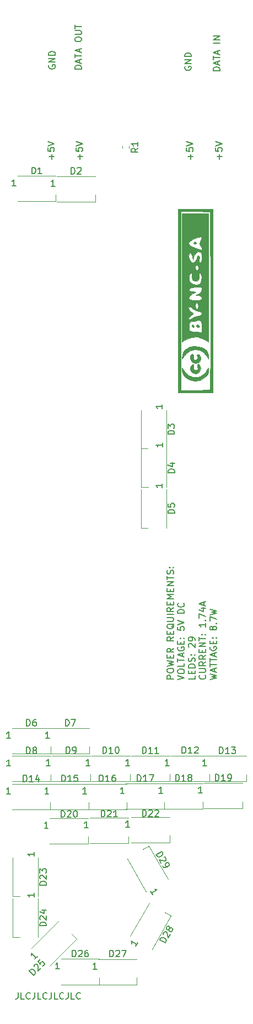
<source format=gbr>
G04 #@! TF.GenerationSoftware,KiCad,Pcbnew,(5.1.6)-1*
G04 #@! TF.CreationDate,2021-02-10T22:46:45+11:00*
G04 #@! TF.ProjectId,DEFOG Panel PCB V2,4445464f-4720-4506-916e-656c20504342,rev?*
G04 #@! TF.SameCoordinates,Original*
G04 #@! TF.FileFunction,Legend,Top*
G04 #@! TF.FilePolarity,Positive*
%FSLAX46Y46*%
G04 Gerber Fmt 4.6, Leading zero omitted, Abs format (unit mm)*
G04 Created by KiCad (PCBNEW (5.1.6)-1) date 2021-02-10 22:46:45*
%MOMM*%
%LPD*%
G01*
G04 APERTURE LIST*
%ADD10C,0.150000*%
%ADD11C,0.120000*%
%ADD12C,0.010000*%
G04 APERTURE END LIST*
D10*
X122180952Y-182127380D02*
X122180952Y-182841666D01*
X122133333Y-182984523D01*
X122038095Y-183079761D01*
X121895238Y-183127380D01*
X121800000Y-183127380D01*
X123133333Y-183127380D02*
X122657142Y-183127380D01*
X122657142Y-182127380D01*
X124038095Y-183032142D02*
X123990476Y-183079761D01*
X123847619Y-183127380D01*
X123752380Y-183127380D01*
X123609523Y-183079761D01*
X123514285Y-182984523D01*
X123466666Y-182889285D01*
X123419047Y-182698809D01*
X123419047Y-182555952D01*
X123466666Y-182365476D01*
X123514285Y-182270238D01*
X123609523Y-182175000D01*
X123752380Y-182127380D01*
X123847619Y-182127380D01*
X123990476Y-182175000D01*
X124038095Y-182222619D01*
X124752380Y-182127380D02*
X124752380Y-182841666D01*
X124704761Y-182984523D01*
X124609523Y-183079761D01*
X124466666Y-183127380D01*
X124371428Y-183127380D01*
X125704761Y-183127380D02*
X125228571Y-183127380D01*
X125228571Y-182127380D01*
X126609523Y-183032142D02*
X126561904Y-183079761D01*
X126419047Y-183127380D01*
X126323809Y-183127380D01*
X126180952Y-183079761D01*
X126085714Y-182984523D01*
X126038095Y-182889285D01*
X125990476Y-182698809D01*
X125990476Y-182555952D01*
X126038095Y-182365476D01*
X126085714Y-182270238D01*
X126180952Y-182175000D01*
X126323809Y-182127380D01*
X126419047Y-182127380D01*
X126561904Y-182175000D01*
X126609523Y-182222619D01*
X127323809Y-182127380D02*
X127323809Y-182841666D01*
X127276190Y-182984523D01*
X127180952Y-183079761D01*
X127038095Y-183127380D01*
X126942857Y-183127380D01*
X128276190Y-183127380D02*
X127800000Y-183127380D01*
X127800000Y-182127380D01*
X129180952Y-183032142D02*
X129133333Y-183079761D01*
X128990476Y-183127380D01*
X128895238Y-183127380D01*
X128752380Y-183079761D01*
X128657142Y-182984523D01*
X128609523Y-182889285D01*
X128561904Y-182698809D01*
X128561904Y-182555952D01*
X128609523Y-182365476D01*
X128657142Y-182270238D01*
X128752380Y-182175000D01*
X128895238Y-182127380D01*
X128990476Y-182127380D01*
X129133333Y-182175000D01*
X129180952Y-182222619D01*
X129895238Y-182127380D02*
X129895238Y-182841666D01*
X129847619Y-182984523D01*
X129752380Y-183079761D01*
X129609523Y-183127380D01*
X129514285Y-183127380D01*
X130847619Y-183127380D02*
X130371428Y-183127380D01*
X130371428Y-182127380D01*
X131752380Y-183032142D02*
X131704761Y-183079761D01*
X131561904Y-183127380D01*
X131466666Y-183127380D01*
X131323809Y-183079761D01*
X131228571Y-182984523D01*
X131180952Y-182889285D01*
X131133333Y-182698809D01*
X131133333Y-182555952D01*
X131180952Y-182365476D01*
X131228571Y-182270238D01*
X131323809Y-182175000D01*
X131466666Y-182127380D01*
X131561904Y-182127380D01*
X131704761Y-182175000D01*
X131752380Y-182222619D01*
X146062380Y-134084404D02*
X145062380Y-134084404D01*
X145062380Y-133703452D01*
X145110000Y-133608214D01*
X145157619Y-133560595D01*
X145252857Y-133512976D01*
X145395714Y-133512976D01*
X145490952Y-133560595D01*
X145538571Y-133608214D01*
X145586190Y-133703452D01*
X145586190Y-134084404D01*
X145062380Y-132893928D02*
X145062380Y-132703452D01*
X145110000Y-132608214D01*
X145205238Y-132512976D01*
X145395714Y-132465357D01*
X145729047Y-132465357D01*
X145919523Y-132512976D01*
X146014761Y-132608214D01*
X146062380Y-132703452D01*
X146062380Y-132893928D01*
X146014761Y-132989166D01*
X145919523Y-133084404D01*
X145729047Y-133132023D01*
X145395714Y-133132023D01*
X145205238Y-133084404D01*
X145110000Y-132989166D01*
X145062380Y-132893928D01*
X145062380Y-132132023D02*
X146062380Y-131893928D01*
X145348095Y-131703452D01*
X146062380Y-131512976D01*
X145062380Y-131274880D01*
X145538571Y-130893928D02*
X145538571Y-130560595D01*
X146062380Y-130417738D02*
X146062380Y-130893928D01*
X145062380Y-130893928D01*
X145062380Y-130417738D01*
X146062380Y-129417738D02*
X145586190Y-129751071D01*
X146062380Y-129989166D02*
X145062380Y-129989166D01*
X145062380Y-129608214D01*
X145110000Y-129512976D01*
X145157619Y-129465357D01*
X145252857Y-129417738D01*
X145395714Y-129417738D01*
X145490952Y-129465357D01*
X145538571Y-129512976D01*
X145586190Y-129608214D01*
X145586190Y-129989166D01*
X146062380Y-127655833D02*
X145586190Y-127989166D01*
X146062380Y-128227261D02*
X145062380Y-128227261D01*
X145062380Y-127846309D01*
X145110000Y-127751071D01*
X145157619Y-127703452D01*
X145252857Y-127655833D01*
X145395714Y-127655833D01*
X145490952Y-127703452D01*
X145538571Y-127751071D01*
X145586190Y-127846309D01*
X145586190Y-128227261D01*
X145538571Y-127227261D02*
X145538571Y-126893928D01*
X146062380Y-126751071D02*
X146062380Y-127227261D01*
X145062380Y-127227261D01*
X145062380Y-126751071D01*
X146157619Y-125655833D02*
X146110000Y-125751071D01*
X146014761Y-125846309D01*
X145871904Y-125989166D01*
X145824285Y-126084404D01*
X145824285Y-126179642D01*
X146062380Y-126132023D02*
X146014761Y-126227261D01*
X145919523Y-126322500D01*
X145729047Y-126370119D01*
X145395714Y-126370119D01*
X145205238Y-126322500D01*
X145110000Y-126227261D01*
X145062380Y-126132023D01*
X145062380Y-125941547D01*
X145110000Y-125846309D01*
X145205238Y-125751071D01*
X145395714Y-125703452D01*
X145729047Y-125703452D01*
X145919523Y-125751071D01*
X146014761Y-125846309D01*
X146062380Y-125941547D01*
X146062380Y-126132023D01*
X145062380Y-125274880D02*
X145871904Y-125274880D01*
X145967142Y-125227261D01*
X146014761Y-125179642D01*
X146062380Y-125084404D01*
X146062380Y-124893928D01*
X146014761Y-124798690D01*
X145967142Y-124751071D01*
X145871904Y-124703452D01*
X145062380Y-124703452D01*
X146062380Y-124227261D02*
X145062380Y-124227261D01*
X146062380Y-123179642D02*
X145586190Y-123512976D01*
X146062380Y-123751071D02*
X145062380Y-123751071D01*
X145062380Y-123370119D01*
X145110000Y-123274880D01*
X145157619Y-123227261D01*
X145252857Y-123179642D01*
X145395714Y-123179642D01*
X145490952Y-123227261D01*
X145538571Y-123274880D01*
X145586190Y-123370119D01*
X145586190Y-123751071D01*
X145538571Y-122751071D02*
X145538571Y-122417738D01*
X146062380Y-122274880D02*
X146062380Y-122751071D01*
X145062380Y-122751071D01*
X145062380Y-122274880D01*
X146062380Y-121846309D02*
X145062380Y-121846309D01*
X145776666Y-121512976D01*
X145062380Y-121179642D01*
X146062380Y-121179642D01*
X145538571Y-120703452D02*
X145538571Y-120370119D01*
X146062380Y-120227261D02*
X146062380Y-120703452D01*
X145062380Y-120703452D01*
X145062380Y-120227261D01*
X146062380Y-119798690D02*
X145062380Y-119798690D01*
X146062380Y-119227261D01*
X145062380Y-119227261D01*
X145062380Y-118893928D02*
X145062380Y-118322500D01*
X146062380Y-118608214D02*
X145062380Y-118608214D01*
X146014761Y-118036785D02*
X146062380Y-117893928D01*
X146062380Y-117655833D01*
X146014761Y-117560595D01*
X145967142Y-117512976D01*
X145871904Y-117465357D01*
X145776666Y-117465357D01*
X145681428Y-117512976D01*
X145633809Y-117560595D01*
X145586190Y-117655833D01*
X145538571Y-117846309D01*
X145490952Y-117941547D01*
X145443333Y-117989166D01*
X145348095Y-118036785D01*
X145252857Y-118036785D01*
X145157619Y-117989166D01*
X145110000Y-117941547D01*
X145062380Y-117846309D01*
X145062380Y-117608214D01*
X145110000Y-117465357D01*
X145967142Y-117036785D02*
X146014761Y-116989166D01*
X146062380Y-117036785D01*
X146014761Y-117084404D01*
X145967142Y-117036785D01*
X146062380Y-117036785D01*
X145443333Y-117036785D02*
X145490952Y-116989166D01*
X145538571Y-117036785D01*
X145490952Y-117084404D01*
X145443333Y-117036785D01*
X145538571Y-117036785D01*
X146712380Y-134227261D02*
X147712380Y-133893928D01*
X146712380Y-133560595D01*
X146712380Y-133036785D02*
X146712380Y-132846309D01*
X146760000Y-132751071D01*
X146855238Y-132655833D01*
X147045714Y-132608214D01*
X147379047Y-132608214D01*
X147569523Y-132655833D01*
X147664761Y-132751071D01*
X147712380Y-132846309D01*
X147712380Y-133036785D01*
X147664761Y-133132023D01*
X147569523Y-133227261D01*
X147379047Y-133274880D01*
X147045714Y-133274880D01*
X146855238Y-133227261D01*
X146760000Y-133132023D01*
X146712380Y-133036785D01*
X147712380Y-131703452D02*
X147712380Y-132179642D01*
X146712380Y-132179642D01*
X146712380Y-131512976D02*
X146712380Y-130941547D01*
X147712380Y-131227261D02*
X146712380Y-131227261D01*
X147426666Y-130655833D02*
X147426666Y-130179642D01*
X147712380Y-130751071D02*
X146712380Y-130417738D01*
X147712380Y-130084404D01*
X146760000Y-129227261D02*
X146712380Y-129322500D01*
X146712380Y-129465357D01*
X146760000Y-129608214D01*
X146855238Y-129703452D01*
X146950476Y-129751071D01*
X147140952Y-129798690D01*
X147283809Y-129798690D01*
X147474285Y-129751071D01*
X147569523Y-129703452D01*
X147664761Y-129608214D01*
X147712380Y-129465357D01*
X147712380Y-129370119D01*
X147664761Y-129227261D01*
X147617142Y-129179642D01*
X147283809Y-129179642D01*
X147283809Y-129370119D01*
X147188571Y-128751071D02*
X147188571Y-128417738D01*
X147712380Y-128274880D02*
X147712380Y-128751071D01*
X146712380Y-128751071D01*
X146712380Y-128274880D01*
X147617142Y-127846309D02*
X147664761Y-127798690D01*
X147712380Y-127846309D01*
X147664761Y-127893928D01*
X147617142Y-127846309D01*
X147712380Y-127846309D01*
X147093333Y-127846309D02*
X147140952Y-127798690D01*
X147188571Y-127846309D01*
X147140952Y-127893928D01*
X147093333Y-127846309D01*
X147188571Y-127846309D01*
X146712380Y-126132023D02*
X146712380Y-126608214D01*
X147188571Y-126655833D01*
X147140952Y-126608214D01*
X147093333Y-126512976D01*
X147093333Y-126274880D01*
X147140952Y-126179642D01*
X147188571Y-126132023D01*
X147283809Y-126084404D01*
X147521904Y-126084404D01*
X147617142Y-126132023D01*
X147664761Y-126179642D01*
X147712380Y-126274880D01*
X147712380Y-126512976D01*
X147664761Y-126608214D01*
X147617142Y-126655833D01*
X146712380Y-125798690D02*
X147712380Y-125465357D01*
X146712380Y-125132023D01*
X147712380Y-124036785D02*
X146712380Y-124036785D01*
X146712380Y-123798690D01*
X146760000Y-123655833D01*
X146855238Y-123560595D01*
X146950476Y-123512976D01*
X147140952Y-123465357D01*
X147283809Y-123465357D01*
X147474285Y-123512976D01*
X147569523Y-123560595D01*
X147664761Y-123655833D01*
X147712380Y-123798690D01*
X147712380Y-124036785D01*
X147617142Y-122465357D02*
X147664761Y-122512976D01*
X147712380Y-122655833D01*
X147712380Y-122751071D01*
X147664761Y-122893928D01*
X147569523Y-122989166D01*
X147474285Y-123036785D01*
X147283809Y-123084404D01*
X147140952Y-123084404D01*
X146950476Y-123036785D01*
X146855238Y-122989166D01*
X146760000Y-122893928D01*
X146712380Y-122751071D01*
X146712380Y-122655833D01*
X146760000Y-122512976D01*
X146807619Y-122465357D01*
X149362380Y-133608214D02*
X149362380Y-134084404D01*
X148362380Y-134084404D01*
X148838571Y-133274880D02*
X148838571Y-132941547D01*
X149362380Y-132798690D02*
X149362380Y-133274880D01*
X148362380Y-133274880D01*
X148362380Y-132798690D01*
X149362380Y-132370119D02*
X148362380Y-132370119D01*
X148362380Y-132132023D01*
X148410000Y-131989166D01*
X148505238Y-131893928D01*
X148600476Y-131846309D01*
X148790952Y-131798690D01*
X148933809Y-131798690D01*
X149124285Y-131846309D01*
X149219523Y-131893928D01*
X149314761Y-131989166D01*
X149362380Y-132132023D01*
X149362380Y-132370119D01*
X149314761Y-131417738D02*
X149362380Y-131274880D01*
X149362380Y-131036785D01*
X149314761Y-130941547D01*
X149267142Y-130893928D01*
X149171904Y-130846309D01*
X149076666Y-130846309D01*
X148981428Y-130893928D01*
X148933809Y-130941547D01*
X148886190Y-131036785D01*
X148838571Y-131227261D01*
X148790952Y-131322500D01*
X148743333Y-131370119D01*
X148648095Y-131417738D01*
X148552857Y-131417738D01*
X148457619Y-131370119D01*
X148410000Y-131322500D01*
X148362380Y-131227261D01*
X148362380Y-130989166D01*
X148410000Y-130846309D01*
X149267142Y-130417738D02*
X149314761Y-130370119D01*
X149362380Y-130417738D01*
X149314761Y-130465357D01*
X149267142Y-130417738D01*
X149362380Y-130417738D01*
X148743333Y-130417738D02*
X148790952Y-130370119D01*
X148838571Y-130417738D01*
X148790952Y-130465357D01*
X148743333Y-130417738D01*
X148838571Y-130417738D01*
X148457619Y-129227261D02*
X148410000Y-129179642D01*
X148362380Y-129084404D01*
X148362380Y-128846309D01*
X148410000Y-128751071D01*
X148457619Y-128703452D01*
X148552857Y-128655833D01*
X148648095Y-128655833D01*
X148790952Y-128703452D01*
X149362380Y-129274880D01*
X149362380Y-128655833D01*
X149362380Y-128179642D02*
X149362380Y-127989166D01*
X149314761Y-127893928D01*
X149267142Y-127846309D01*
X149124285Y-127751071D01*
X148933809Y-127703452D01*
X148552857Y-127703452D01*
X148457619Y-127751071D01*
X148410000Y-127798690D01*
X148362380Y-127893928D01*
X148362380Y-128084404D01*
X148410000Y-128179642D01*
X148457619Y-128227261D01*
X148552857Y-128274880D01*
X148790952Y-128274880D01*
X148886190Y-128227261D01*
X148933809Y-128179642D01*
X148981428Y-128084404D01*
X148981428Y-127893928D01*
X148933809Y-127798690D01*
X148886190Y-127751071D01*
X148790952Y-127703452D01*
X150917142Y-133512976D02*
X150964761Y-133560595D01*
X151012380Y-133703452D01*
X151012380Y-133798690D01*
X150964761Y-133941547D01*
X150869523Y-134036785D01*
X150774285Y-134084404D01*
X150583809Y-134132023D01*
X150440952Y-134132023D01*
X150250476Y-134084404D01*
X150155238Y-134036785D01*
X150060000Y-133941547D01*
X150012380Y-133798690D01*
X150012380Y-133703452D01*
X150060000Y-133560595D01*
X150107619Y-133512976D01*
X150012380Y-133084404D02*
X150821904Y-133084404D01*
X150917142Y-133036785D01*
X150964761Y-132989166D01*
X151012380Y-132893928D01*
X151012380Y-132703452D01*
X150964761Y-132608214D01*
X150917142Y-132560595D01*
X150821904Y-132512976D01*
X150012380Y-132512976D01*
X151012380Y-131465357D02*
X150536190Y-131798690D01*
X151012380Y-132036785D02*
X150012380Y-132036785D01*
X150012380Y-131655833D01*
X150060000Y-131560595D01*
X150107619Y-131512976D01*
X150202857Y-131465357D01*
X150345714Y-131465357D01*
X150440952Y-131512976D01*
X150488571Y-131560595D01*
X150536190Y-131655833D01*
X150536190Y-132036785D01*
X151012380Y-130465357D02*
X150536190Y-130798690D01*
X151012380Y-131036785D02*
X150012380Y-131036785D01*
X150012380Y-130655833D01*
X150060000Y-130560595D01*
X150107619Y-130512976D01*
X150202857Y-130465357D01*
X150345714Y-130465357D01*
X150440952Y-130512976D01*
X150488571Y-130560595D01*
X150536190Y-130655833D01*
X150536190Y-131036785D01*
X150488571Y-130036785D02*
X150488571Y-129703452D01*
X151012380Y-129560595D02*
X151012380Y-130036785D01*
X150012380Y-130036785D01*
X150012380Y-129560595D01*
X151012380Y-129132023D02*
X150012380Y-129132023D01*
X151012380Y-128560595D01*
X150012380Y-128560595D01*
X150012380Y-128227261D02*
X150012380Y-127655833D01*
X151012380Y-127941547D02*
X150012380Y-127941547D01*
X150917142Y-127322500D02*
X150964761Y-127274880D01*
X151012380Y-127322500D01*
X150964761Y-127370119D01*
X150917142Y-127322500D01*
X151012380Y-127322500D01*
X150393333Y-127322500D02*
X150440952Y-127274880D01*
X150488571Y-127322500D01*
X150440952Y-127370119D01*
X150393333Y-127322500D01*
X150488571Y-127322500D01*
X151012380Y-125560595D02*
X151012380Y-126132023D01*
X151012380Y-125846309D02*
X150012380Y-125846309D01*
X150155238Y-125941547D01*
X150250476Y-126036785D01*
X150298095Y-126132023D01*
X150917142Y-125132023D02*
X150964761Y-125084404D01*
X151012380Y-125132023D01*
X150964761Y-125179642D01*
X150917142Y-125132023D01*
X151012380Y-125132023D01*
X150012380Y-124751071D02*
X150012380Y-124084404D01*
X151012380Y-124512976D01*
X150345714Y-123274880D02*
X151012380Y-123274880D01*
X149964761Y-123512976D02*
X150679047Y-123751071D01*
X150679047Y-123132023D01*
X150726666Y-122798690D02*
X150726666Y-122322500D01*
X151012380Y-122893928D02*
X150012380Y-122560595D01*
X151012380Y-122227261D01*
X151662380Y-134179642D02*
X152662380Y-133941547D01*
X151948095Y-133751071D01*
X152662380Y-133560595D01*
X151662380Y-133322500D01*
X152376666Y-132989166D02*
X152376666Y-132512976D01*
X152662380Y-133084404D02*
X151662380Y-132751071D01*
X152662380Y-132417738D01*
X151662380Y-132227261D02*
X151662380Y-131655833D01*
X152662380Y-131941547D02*
X151662380Y-131941547D01*
X151662380Y-131465357D02*
X151662380Y-130893928D01*
X152662380Y-131179642D02*
X151662380Y-131179642D01*
X152376666Y-130608214D02*
X152376666Y-130132023D01*
X152662380Y-130703452D02*
X151662380Y-130370119D01*
X152662380Y-130036785D01*
X151710000Y-129179642D02*
X151662380Y-129274880D01*
X151662380Y-129417738D01*
X151710000Y-129560595D01*
X151805238Y-129655833D01*
X151900476Y-129703452D01*
X152090952Y-129751071D01*
X152233809Y-129751071D01*
X152424285Y-129703452D01*
X152519523Y-129655833D01*
X152614761Y-129560595D01*
X152662380Y-129417738D01*
X152662380Y-129322500D01*
X152614761Y-129179642D01*
X152567142Y-129132023D01*
X152233809Y-129132023D01*
X152233809Y-129322500D01*
X152138571Y-128703452D02*
X152138571Y-128370119D01*
X152662380Y-128227261D02*
X152662380Y-128703452D01*
X151662380Y-128703452D01*
X151662380Y-128227261D01*
X152567142Y-127798690D02*
X152614761Y-127751071D01*
X152662380Y-127798690D01*
X152614761Y-127846309D01*
X152567142Y-127798690D01*
X152662380Y-127798690D01*
X152043333Y-127798690D02*
X152090952Y-127751071D01*
X152138571Y-127798690D01*
X152090952Y-127846309D01*
X152043333Y-127798690D01*
X152138571Y-127798690D01*
X152090952Y-126417738D02*
X152043333Y-126512976D01*
X151995714Y-126560595D01*
X151900476Y-126608214D01*
X151852857Y-126608214D01*
X151757619Y-126560595D01*
X151710000Y-126512976D01*
X151662380Y-126417738D01*
X151662380Y-126227261D01*
X151710000Y-126132023D01*
X151757619Y-126084404D01*
X151852857Y-126036785D01*
X151900476Y-126036785D01*
X151995714Y-126084404D01*
X152043333Y-126132023D01*
X152090952Y-126227261D01*
X152090952Y-126417738D01*
X152138571Y-126512976D01*
X152186190Y-126560595D01*
X152281428Y-126608214D01*
X152471904Y-126608214D01*
X152567142Y-126560595D01*
X152614761Y-126512976D01*
X152662380Y-126417738D01*
X152662380Y-126227261D01*
X152614761Y-126132023D01*
X152567142Y-126084404D01*
X152471904Y-126036785D01*
X152281428Y-126036785D01*
X152186190Y-126084404D01*
X152138571Y-126132023D01*
X152090952Y-126227261D01*
X152567142Y-125608214D02*
X152614761Y-125560595D01*
X152662380Y-125608214D01*
X152614761Y-125655833D01*
X152567142Y-125608214D01*
X152662380Y-125608214D01*
X151662380Y-125227261D02*
X151662380Y-124560595D01*
X152662380Y-124989166D01*
X151662380Y-124274880D02*
X152662380Y-124036785D01*
X151948095Y-123846309D01*
X152662380Y-123655833D01*
X151662380Y-123417738D01*
X131691428Y-54495714D02*
X131691428Y-53733809D01*
X132072380Y-54114761D02*
X131310476Y-54114761D01*
X131072380Y-52781428D02*
X131072380Y-53257619D01*
X131548571Y-53305238D01*
X131500952Y-53257619D01*
X131453333Y-53162380D01*
X131453333Y-52924285D01*
X131500952Y-52829047D01*
X131548571Y-52781428D01*
X131643809Y-52733809D01*
X131881904Y-52733809D01*
X131977142Y-52781428D01*
X132024761Y-52829047D01*
X132072380Y-52924285D01*
X132072380Y-53162380D01*
X132024761Y-53257619D01*
X131977142Y-53305238D01*
X131072380Y-52448095D02*
X132072380Y-52114761D01*
X131072380Y-51781428D01*
X127361428Y-54495714D02*
X127361428Y-53733809D01*
X127742380Y-54114761D02*
X126980476Y-54114761D01*
X126742380Y-52781428D02*
X126742380Y-53257619D01*
X127218571Y-53305238D01*
X127170952Y-53257619D01*
X127123333Y-53162380D01*
X127123333Y-52924285D01*
X127170952Y-52829047D01*
X127218571Y-52781428D01*
X127313809Y-52733809D01*
X127551904Y-52733809D01*
X127647142Y-52781428D01*
X127694761Y-52829047D01*
X127742380Y-52924285D01*
X127742380Y-53162380D01*
X127694761Y-53257619D01*
X127647142Y-53305238D01*
X126742380Y-52448095D02*
X127742380Y-52114761D01*
X126742380Y-51781428D01*
X131912380Y-40689523D02*
X130912380Y-40689523D01*
X130912380Y-40451428D01*
X130960000Y-40308571D01*
X131055238Y-40213333D01*
X131150476Y-40165714D01*
X131340952Y-40118095D01*
X131483809Y-40118095D01*
X131674285Y-40165714D01*
X131769523Y-40213333D01*
X131864761Y-40308571D01*
X131912380Y-40451428D01*
X131912380Y-40689523D01*
X131626666Y-39737142D02*
X131626666Y-39260952D01*
X131912380Y-39832380D02*
X130912380Y-39499047D01*
X131912380Y-39165714D01*
X130912380Y-38975238D02*
X130912380Y-38403809D01*
X131912380Y-38689523D02*
X130912380Y-38689523D01*
X131626666Y-38118095D02*
X131626666Y-37641904D01*
X131912380Y-38213333D02*
X130912380Y-37880000D01*
X131912380Y-37546666D01*
X130912380Y-36260952D02*
X130912380Y-36070476D01*
X130960000Y-35975238D01*
X131055238Y-35880000D01*
X131245714Y-35832380D01*
X131579047Y-35832380D01*
X131769523Y-35880000D01*
X131864761Y-35975238D01*
X131912380Y-36070476D01*
X131912380Y-36260952D01*
X131864761Y-36356190D01*
X131769523Y-36451428D01*
X131579047Y-36499047D01*
X131245714Y-36499047D01*
X131055238Y-36451428D01*
X130960000Y-36356190D01*
X130912380Y-36260952D01*
X130912380Y-35403809D02*
X131721904Y-35403809D01*
X131817142Y-35356190D01*
X131864761Y-35308571D01*
X131912380Y-35213333D01*
X131912380Y-35022857D01*
X131864761Y-34927619D01*
X131817142Y-34880000D01*
X131721904Y-34832380D01*
X130912380Y-34832380D01*
X130912380Y-34499047D02*
X130912380Y-33927619D01*
X131912380Y-34213333D02*
X130912380Y-34213333D01*
X126950000Y-40121904D02*
X126902380Y-40217142D01*
X126902380Y-40360000D01*
X126950000Y-40502857D01*
X127045238Y-40598095D01*
X127140476Y-40645714D01*
X127330952Y-40693333D01*
X127473809Y-40693333D01*
X127664285Y-40645714D01*
X127759523Y-40598095D01*
X127854761Y-40502857D01*
X127902380Y-40360000D01*
X127902380Y-40264761D01*
X127854761Y-40121904D01*
X127807142Y-40074285D01*
X127473809Y-40074285D01*
X127473809Y-40264761D01*
X127902380Y-39645714D02*
X126902380Y-39645714D01*
X127902380Y-39074285D01*
X126902380Y-39074285D01*
X127902380Y-38598095D02*
X126902380Y-38598095D01*
X126902380Y-38360000D01*
X126950000Y-38217142D01*
X127045238Y-38121904D01*
X127140476Y-38074285D01*
X127330952Y-38026666D01*
X127473809Y-38026666D01*
X127664285Y-38074285D01*
X127759523Y-38121904D01*
X127854761Y-38217142D01*
X127902380Y-38360000D01*
X127902380Y-38598095D01*
X153172380Y-40952857D02*
X152172380Y-40952857D01*
X152172380Y-40714761D01*
X152220000Y-40571904D01*
X152315238Y-40476666D01*
X152410476Y-40429047D01*
X152600952Y-40381428D01*
X152743809Y-40381428D01*
X152934285Y-40429047D01*
X153029523Y-40476666D01*
X153124761Y-40571904D01*
X153172380Y-40714761D01*
X153172380Y-40952857D01*
X152886666Y-40000476D02*
X152886666Y-39524285D01*
X153172380Y-40095714D02*
X152172380Y-39762380D01*
X153172380Y-39429047D01*
X152172380Y-39238571D02*
X152172380Y-38667142D01*
X153172380Y-38952857D02*
X152172380Y-38952857D01*
X152886666Y-38381428D02*
X152886666Y-37905238D01*
X153172380Y-38476666D02*
X152172380Y-38143333D01*
X153172380Y-37810000D01*
X153172380Y-36714761D02*
X152172380Y-36714761D01*
X153172380Y-36238571D02*
X152172380Y-36238571D01*
X153172380Y-35667142D01*
X152172380Y-35667142D01*
X147840000Y-40331904D02*
X147792380Y-40427142D01*
X147792380Y-40570000D01*
X147840000Y-40712857D01*
X147935238Y-40808095D01*
X148030476Y-40855714D01*
X148220952Y-40903333D01*
X148363809Y-40903333D01*
X148554285Y-40855714D01*
X148649523Y-40808095D01*
X148744761Y-40712857D01*
X148792380Y-40570000D01*
X148792380Y-40474761D01*
X148744761Y-40331904D01*
X148697142Y-40284285D01*
X148363809Y-40284285D01*
X148363809Y-40474761D01*
X148792380Y-39855714D02*
X147792380Y-39855714D01*
X148792380Y-39284285D01*
X147792380Y-39284285D01*
X148792380Y-38808095D02*
X147792380Y-38808095D01*
X147792380Y-38570000D01*
X147840000Y-38427142D01*
X147935238Y-38331904D01*
X148030476Y-38284285D01*
X148220952Y-38236666D01*
X148363809Y-38236666D01*
X148554285Y-38284285D01*
X148649523Y-38331904D01*
X148744761Y-38427142D01*
X148792380Y-38570000D01*
X148792380Y-38808095D01*
X148681428Y-54495714D02*
X148681428Y-53733809D01*
X149062380Y-54114761D02*
X148300476Y-54114761D01*
X148062380Y-52781428D02*
X148062380Y-53257619D01*
X148538571Y-53305238D01*
X148490952Y-53257619D01*
X148443333Y-53162380D01*
X148443333Y-52924285D01*
X148490952Y-52829047D01*
X148538571Y-52781428D01*
X148633809Y-52733809D01*
X148871904Y-52733809D01*
X148967142Y-52781428D01*
X149014761Y-52829047D01*
X149062380Y-52924285D01*
X149062380Y-53162380D01*
X149014761Y-53257619D01*
X148967142Y-53305238D01*
X148062380Y-52448095D02*
X149062380Y-52114761D01*
X148062380Y-51781428D01*
X153121428Y-54495714D02*
X153121428Y-53733809D01*
X153502380Y-54114761D02*
X152740476Y-54114761D01*
X152502380Y-52781428D02*
X152502380Y-53257619D01*
X152978571Y-53305238D01*
X152930952Y-53257619D01*
X152883333Y-53162380D01*
X152883333Y-52924285D01*
X152930952Y-52829047D01*
X152978571Y-52781428D01*
X153073809Y-52733809D01*
X153311904Y-52733809D01*
X153407142Y-52781428D01*
X153454761Y-52829047D01*
X153502380Y-52924285D01*
X153502380Y-53162380D01*
X153454761Y-53257619D01*
X153407142Y-53305238D01*
X152502380Y-52448095D02*
X153502380Y-52114761D01*
X152502380Y-51781428D01*
D11*
G04 #@! TO.C,D1*
X122100000Y-57095000D02*
X128000000Y-57095000D01*
X122100000Y-60995000D02*
X128000000Y-60995000D01*
X128000000Y-60995000D02*
X128000000Y-59920000D01*
G04 #@! TO.C,D29*
X141883250Y-166731775D02*
X138933250Y-161622225D01*
X145260750Y-164781775D02*
X142310750Y-159672225D01*
X142310750Y-159672225D02*
X141379772Y-160209725D01*
G04 #@! TO.C,D28*
X139366250Y-173514775D02*
X142316250Y-168405225D01*
X142743750Y-175464775D02*
X145693750Y-170355225D01*
X145693750Y-170355225D02*
X144762772Y-169817725D01*
G04 #@! TO.C,D27*
X134547000Y-176997000D02*
X140447000Y-176997000D01*
X134547000Y-180897000D02*
X140447000Y-180897000D01*
X140447000Y-180897000D02*
X140447000Y-179822000D01*
G04 #@! TO.C,D26*
X128780000Y-176985000D02*
X134680000Y-176985000D01*
X128780000Y-180885000D02*
X134680000Y-180885000D01*
X134680000Y-180885000D02*
X134680000Y-179810000D01*
G04 #@! TO.C,D25*
X124259177Y-175306107D02*
X128431107Y-171134177D01*
X127016893Y-178063823D02*
X131188823Y-173891893D01*
X131188823Y-173891893D02*
X130428683Y-173131753D01*
G04 #@! TO.C,D24*
X125265000Y-167740000D02*
X125265000Y-173640000D01*
X121365000Y-167740000D02*
X121365000Y-173640000D01*
X121365000Y-173640000D02*
X122440000Y-173640000D01*
G04 #@! TO.C,D23*
X125285000Y-161480000D02*
X125285000Y-167380000D01*
X121385000Y-161480000D02*
X121385000Y-167380000D01*
X121385000Y-167380000D02*
X122460000Y-167380000D01*
G04 #@! TO.C,D22*
X139572000Y-155276000D02*
X145472000Y-155276000D01*
X139572000Y-159176000D02*
X145472000Y-159176000D01*
X145472000Y-159176000D02*
X145472000Y-158101000D01*
G04 #@! TO.C,D21*
X133222000Y-155389000D02*
X139122000Y-155389000D01*
X133222000Y-159289000D02*
X139122000Y-159289000D01*
X139122000Y-159289000D02*
X139122000Y-158214000D01*
G04 #@! TO.C,D20*
X127070000Y-155417000D02*
X132970000Y-155417000D01*
X127070000Y-159317000D02*
X132970000Y-159317000D01*
X132970000Y-159317000D02*
X132970000Y-158242000D01*
G04 #@! TO.C,D19*
X150748000Y-150055000D02*
X156648000Y-150055000D01*
X150748000Y-153955000D02*
X156648000Y-153955000D01*
X156648000Y-153955000D02*
X156648000Y-152880000D01*
G04 #@! TO.C,D18*
X144652000Y-150083000D02*
X150552000Y-150083000D01*
X144652000Y-153983000D02*
X150552000Y-153983000D01*
X150552000Y-153983000D02*
X150552000Y-152908000D01*
G04 #@! TO.C,D17*
X138750000Y-150135000D02*
X144650000Y-150135000D01*
X138750000Y-154035000D02*
X144650000Y-154035000D01*
X144650000Y-154035000D02*
X144650000Y-152960000D01*
G04 #@! TO.C,D16*
X132960000Y-150155000D02*
X138860000Y-150155000D01*
X132960000Y-154055000D02*
X138860000Y-154055000D01*
X138860000Y-154055000D02*
X138860000Y-152980000D01*
G04 #@! TO.C,D15*
X127150000Y-150155000D02*
X133050000Y-150155000D01*
X127150000Y-154055000D02*
X133050000Y-154055000D01*
X133050000Y-154055000D02*
X133050000Y-152980000D01*
G04 #@! TO.C,D14*
X121250000Y-150165000D02*
X127150000Y-150165000D01*
X121250000Y-154065000D02*
X127150000Y-154065000D01*
X127150000Y-154065000D02*
X127150000Y-152990000D01*
G04 #@! TO.C,D13*
X151390000Y-145885000D02*
X157290000Y-145885000D01*
X151390000Y-149785000D02*
X157290000Y-149785000D01*
X157290000Y-149785000D02*
X157290000Y-148710000D01*
G04 #@! TO.C,D12*
X145658000Y-145835000D02*
X151558000Y-145835000D01*
X145658000Y-149735000D02*
X151558000Y-149735000D01*
X151558000Y-149735000D02*
X151558000Y-148660000D01*
G04 #@! TO.C,D11*
X139566000Y-145845000D02*
X145466000Y-145845000D01*
X139566000Y-149745000D02*
X145466000Y-149745000D01*
X145466000Y-149745000D02*
X145466000Y-148670000D01*
G04 #@! TO.C,D10*
X133474000Y-145845000D02*
X139374000Y-145845000D01*
X133474000Y-149745000D02*
X139374000Y-149745000D01*
X139374000Y-149745000D02*
X139374000Y-148670000D01*
G04 #@! TO.C,D9*
X127382000Y-145845000D02*
X133282000Y-145845000D01*
X127382000Y-149745000D02*
X133282000Y-149745000D01*
X133282000Y-149745000D02*
X133282000Y-148670000D01*
G04 #@! TO.C,D8*
X121290000Y-145905000D02*
X127190000Y-145905000D01*
X121290000Y-149805000D02*
X127190000Y-149805000D01*
X127190000Y-149805000D02*
X127190000Y-148730000D01*
G04 #@! TO.C,D7*
X127260000Y-141640000D02*
X133160000Y-141640000D01*
X127260000Y-145540000D02*
X133160000Y-145540000D01*
X133160000Y-145540000D02*
X133160000Y-144465000D01*
G04 #@! TO.C,D6*
X121280000Y-141635000D02*
X127180000Y-141635000D01*
X121280000Y-145535000D02*
X127180000Y-145535000D01*
X127180000Y-145535000D02*
X127180000Y-144460000D01*
G04 #@! TO.C,D5*
X144965000Y-105050000D02*
X144965000Y-110950000D01*
X141065000Y-105050000D02*
X141065000Y-110950000D01*
X141065000Y-110950000D02*
X142140000Y-110950000D01*
G04 #@! TO.C,D4*
X144985000Y-98830000D02*
X144985000Y-104730000D01*
X141085000Y-98830000D02*
X141085000Y-104730000D01*
X141085000Y-104730000D02*
X142160000Y-104730000D01*
G04 #@! TO.C,D3*
X144955000Y-92940000D02*
X144955000Y-98840000D01*
X141055000Y-92940000D02*
X141055000Y-98840000D01*
X141055000Y-98840000D02*
X142130000Y-98840000D01*
G04 #@! TO.C,D2*
X128130000Y-57130000D02*
X134030000Y-57130000D01*
X128130000Y-61030000D02*
X134030000Y-61030000D01*
X134030000Y-61030000D02*
X134030000Y-59955000D01*
D12*
G04 #@! TO.C,G1*
G36*
X152101391Y-62120199D02*
G01*
X152101391Y-90211590D01*
X147223245Y-90211590D01*
X147223245Y-89875166D01*
X149381965Y-89875166D01*
X150202585Y-89866806D01*
X150898081Y-89843962D01*
X151401127Y-89809985D01*
X151644401Y-89768229D01*
X151653814Y-89762036D01*
X151670859Y-89580140D01*
X151686078Y-89087193D01*
X151699341Y-88308561D01*
X151710518Y-87269612D01*
X151719480Y-85995714D01*
X151726096Y-84512235D01*
X151730236Y-82844542D01*
X151731769Y-81018002D01*
X151730567Y-79057984D01*
X151726498Y-76989855D01*
X151723903Y-76094817D01*
X151680861Y-62540729D01*
X149452053Y-62493793D01*
X147223245Y-62446858D01*
X147223245Y-89875166D01*
X147223245Y-90211590D01*
X146718610Y-90211590D01*
X146718610Y-62120199D01*
X152101391Y-62120199D01*
G37*
X152101391Y-62120199D02*
X152101391Y-90211590D01*
X147223245Y-90211590D01*
X147223245Y-89875166D01*
X149381965Y-89875166D01*
X150202585Y-89866806D01*
X150898081Y-89843962D01*
X151401127Y-89809985D01*
X151644401Y-89768229D01*
X151653814Y-89762036D01*
X151670859Y-89580140D01*
X151686078Y-89087193D01*
X151699341Y-88308561D01*
X151710518Y-87269612D01*
X151719480Y-85995714D01*
X151726096Y-84512235D01*
X151730236Y-82844542D01*
X151731769Y-81018002D01*
X151730567Y-79057984D01*
X151726498Y-76989855D01*
X151723903Y-76094817D01*
X151680861Y-62540729D01*
X149452053Y-62493793D01*
X147223245Y-62446858D01*
X147223245Y-89875166D01*
X147223245Y-90211590D01*
X146718610Y-90211590D01*
X146718610Y-62120199D01*
X152101391Y-62120199D01*
G36*
X147775418Y-87032740D02*
G01*
X148335998Y-87606857D01*
X149025113Y-87908117D01*
X149769650Y-87912489D01*
X150121218Y-87803773D01*
X150650872Y-87467582D01*
X151071675Y-87009349D01*
X151087807Y-86983632D01*
X151427286Y-86426821D01*
X151427914Y-86958557D01*
X151314346Y-87463539D01*
X150931288Y-87908701D01*
X150927937Y-87911525D01*
X150158281Y-88362677D01*
X149338033Y-88494543D01*
X148522606Y-88307122D01*
X147892063Y-87911525D01*
X147500741Y-87452935D01*
X147391457Y-86975734D01*
X147391457Y-86461176D01*
X147775418Y-87032740D01*
G37*
X147775418Y-87032740D02*
X148335998Y-87606857D01*
X149025113Y-87908117D01*
X149769650Y-87912489D01*
X150121218Y-87803773D01*
X150650872Y-87467582D01*
X151071675Y-87009349D01*
X151087807Y-86983632D01*
X151427286Y-86426821D01*
X151427914Y-86958557D01*
X151314346Y-87463539D01*
X150931288Y-87908701D01*
X150927937Y-87911525D01*
X150158281Y-88362677D01*
X149338033Y-88494543D01*
X148522606Y-88307122D01*
X147892063Y-87911525D01*
X147500741Y-87452935D01*
X147391457Y-86975734D01*
X147391457Y-86461176D01*
X147775418Y-87032740D01*
G36*
X147430050Y-84497754D02*
G01*
X147617900Y-83933076D01*
X148034044Y-83520464D01*
X148607337Y-83259919D01*
X149266631Y-83151439D01*
X149940780Y-83195025D01*
X150558636Y-83390676D01*
X151049053Y-83738394D01*
X151340883Y-84238178D01*
X151387445Y-84497754D01*
X151430453Y-85081126D01*
X151172916Y-84620658D01*
X150690403Y-84064657D01*
X150052327Y-83748950D01*
X149338152Y-83673118D01*
X148627342Y-83836738D01*
X147999361Y-84239392D01*
X147666742Y-84639200D01*
X147384537Y-85081126D01*
X147430050Y-84497754D01*
G37*
X147430050Y-84497754D02*
X147617900Y-83933076D01*
X148034044Y-83520464D01*
X148607337Y-83259919D01*
X149266631Y-83151439D01*
X149940780Y-83195025D01*
X150558636Y-83390676D01*
X151049053Y-83738394D01*
X151340883Y-84238178D01*
X151387445Y-84497754D01*
X151430453Y-85081126D01*
X151172916Y-84620658D01*
X150690403Y-84064657D01*
X150052327Y-83748950D01*
X149338152Y-83673118D01*
X148627342Y-83836738D01*
X147999361Y-84239392D01*
X147666742Y-84639200D01*
X147384537Y-85081126D01*
X147430050Y-84497754D01*
G36*
X151428543Y-62793047D02*
G01*
X151428543Y-82428084D01*
X150629537Y-82019217D01*
X150419272Y-81948668D01*
X150419272Y-80976723D01*
X150419272Y-80309238D01*
X150394369Y-79808699D01*
X150332896Y-79424624D01*
X150317169Y-79375678D01*
X150095844Y-79165887D01*
X149767377Y-79114315D01*
X149512778Y-79247903D01*
X149508048Y-79255256D01*
X149293983Y-79337825D01*
X149001240Y-79321235D01*
X148669221Y-79327201D01*
X148526888Y-79538376D01*
X148526888Y-79105862D01*
X148735677Y-79008926D01*
X149064580Y-78780195D01*
X149073576Y-78773179D01*
X149527897Y-78531828D01*
X149956689Y-78440495D01*
X150307504Y-78372489D01*
X150418360Y-78138072D01*
X150419272Y-78100331D01*
X150329663Y-77844468D01*
X150008572Y-77761249D01*
X149956689Y-77760167D01*
X149634624Y-77686778D01*
X149634624Y-77423315D01*
X149809590Y-77308247D01*
X149893865Y-77031254D01*
X149820313Y-76685035D01*
X149632262Y-76463838D01*
X149620265Y-76459423D01*
X149460184Y-76547041D01*
X149410000Y-76908830D01*
X149410000Y-76081788D01*
X149974969Y-76068901D01*
X150280266Y-76013850D01*
X150402183Y-75892047D01*
X150419272Y-75756537D01*
X150295667Y-75483056D01*
X149956689Y-75370675D01*
X149494106Y-75310063D01*
X149956689Y-75080183D01*
X150337452Y-74758260D01*
X150419272Y-74448380D01*
X150397117Y-74223263D01*
X150277039Y-74109442D01*
X149978619Y-74077644D01*
X149541362Y-74093687D01*
X149541362Y-73726076D01*
X149990978Y-73638827D01*
X150241911Y-73432451D01*
X150356117Y-73063095D01*
X150373184Y-72600798D01*
X150303316Y-72179343D01*
X150156718Y-71932516D01*
X150126403Y-71918029D01*
X150106559Y-71925925D01*
X150106559Y-70369906D01*
X150307130Y-70250442D01*
X150395548Y-69994111D01*
X150417792Y-69570892D01*
X150380357Y-69128433D01*
X150302117Y-68857281D01*
X150302117Y-68420702D01*
X150402537Y-68365971D01*
X150419263Y-68189987D01*
X150419272Y-68173373D01*
X150348366Y-67901370D01*
X150251060Y-67839404D01*
X150111705Y-67704565D01*
X150097655Y-67381567D01*
X150204563Y-66992690D01*
X150286745Y-66835500D01*
X150416323Y-66522033D01*
X150289574Y-66396254D01*
X149897429Y-66456489D01*
X149331939Y-66659467D01*
X148738187Y-66943508D01*
X148445242Y-67198496D01*
X148400729Y-67344378D01*
X148414079Y-67538410D01*
X148498775Y-67681422D01*
X148721781Y-67821308D01*
X149150063Y-68005965D01*
X149544832Y-68162671D01*
X150041662Y-68353247D01*
X150302117Y-68420702D01*
X150302117Y-68857281D01*
X150289739Y-68814383D01*
X150241499Y-68758661D01*
X149848646Y-68686033D01*
X149463415Y-68875529D01*
X149189538Y-69266866D01*
X149149629Y-69393182D01*
X149014543Y-69942053D01*
X148949296Y-69395364D01*
X148823148Y-68968270D01*
X148635951Y-68836855D01*
X148468350Y-68997964D01*
X148400729Y-69416821D01*
X148504393Y-69934613D01*
X148760527Y-70244643D01*
X149086846Y-70329864D01*
X149401062Y-70173230D01*
X149620890Y-69757694D01*
X149640312Y-69673609D01*
X149762670Y-69337406D01*
X149919469Y-69272255D01*
X149922508Y-69274071D01*
X150023064Y-69509261D01*
X149995225Y-69873961D01*
X149976665Y-70244312D01*
X150106559Y-70369906D01*
X150106559Y-71925925D01*
X149991753Y-71971609D01*
X150006929Y-72294499D01*
X150014744Y-72334978D01*
X149991815Y-72814279D01*
X149745534Y-73112459D01*
X149662318Y-73122928D01*
X149662318Y-71540066D01*
X149865251Y-71393839D01*
X149914636Y-71119537D01*
X149826900Y-70781314D01*
X149662318Y-70699007D01*
X149459385Y-70845234D01*
X149410000Y-71119537D01*
X149497736Y-71457759D01*
X149662318Y-71540066D01*
X149662318Y-73122928D01*
X149338407Y-73163679D01*
X149249860Y-73140642D01*
X149000739Y-72965115D01*
X148909258Y-72591853D01*
X148905364Y-72439879D01*
X148856078Y-72019291D01*
X148706488Y-71914172D01*
X148695100Y-71917480D01*
X148506126Y-72134647D01*
X148431751Y-72536989D01*
X148474442Y-72992494D01*
X148636664Y-73369151D01*
X148667286Y-73406132D01*
X149054533Y-73647748D01*
X149541362Y-73726076D01*
X149541362Y-74093687D01*
X149453688Y-74096904D01*
X148871713Y-74151305D01*
X148555599Y-74252577D01*
X148435644Y-74423515D01*
X148434280Y-74430308D01*
X148488351Y-74642391D01*
X148796844Y-74750117D01*
X148937282Y-74767149D01*
X149494106Y-74821032D01*
X148947417Y-75119306D01*
X148547191Y-75429796D01*
X148400729Y-75749684D01*
X148438732Y-75935322D01*
X148603878Y-76035634D01*
X148972874Y-76075860D01*
X149410000Y-76081788D01*
X149410000Y-76908830D01*
X149468637Y-77316499D01*
X149634624Y-77423315D01*
X149634624Y-77686778D01*
X149485056Y-77652695D01*
X149073576Y-77427484D01*
X148678695Y-77157126D01*
X148469322Y-77130101D01*
X148401454Y-77343763D01*
X148400729Y-77387021D01*
X148532105Y-77698459D01*
X148755863Y-77904767D01*
X149110998Y-78126552D01*
X148755863Y-78375298D01*
X148512486Y-78630252D01*
X148396984Y-78905154D01*
X148445174Y-79085723D01*
X148526888Y-79105862D01*
X148526888Y-79538376D01*
X148503893Y-79572493D01*
X148478648Y-79663108D01*
X148416496Y-80159522D01*
X148428840Y-80480242D01*
X148495312Y-80706797D01*
X148669517Y-80833907D01*
X149036187Y-80898507D01*
X149452053Y-80926275D01*
X150419272Y-80976723D01*
X150419272Y-81948668D01*
X149745934Y-81722746D01*
X148872674Y-81755006D01*
X147977239Y-82117460D01*
X147938146Y-82140234D01*
X147391457Y-82462495D01*
X147391457Y-62793047D01*
X151428543Y-62793047D01*
G37*
X151428543Y-62793047D02*
X151428543Y-82428084D01*
X150629537Y-82019217D01*
X150419272Y-81948668D01*
X150419272Y-80976723D01*
X150419272Y-80309238D01*
X150394369Y-79808699D01*
X150332896Y-79424624D01*
X150317169Y-79375678D01*
X150095844Y-79165887D01*
X149767377Y-79114315D01*
X149512778Y-79247903D01*
X149508048Y-79255256D01*
X149293983Y-79337825D01*
X149001240Y-79321235D01*
X148669221Y-79327201D01*
X148526888Y-79538376D01*
X148526888Y-79105862D01*
X148735677Y-79008926D01*
X149064580Y-78780195D01*
X149073576Y-78773179D01*
X149527897Y-78531828D01*
X149956689Y-78440495D01*
X150307504Y-78372489D01*
X150418360Y-78138072D01*
X150419272Y-78100331D01*
X150329663Y-77844468D01*
X150008572Y-77761249D01*
X149956689Y-77760167D01*
X149634624Y-77686778D01*
X149634624Y-77423315D01*
X149809590Y-77308247D01*
X149893865Y-77031254D01*
X149820313Y-76685035D01*
X149632262Y-76463838D01*
X149620265Y-76459423D01*
X149460184Y-76547041D01*
X149410000Y-76908830D01*
X149410000Y-76081788D01*
X149974969Y-76068901D01*
X150280266Y-76013850D01*
X150402183Y-75892047D01*
X150419272Y-75756537D01*
X150295667Y-75483056D01*
X149956689Y-75370675D01*
X149494106Y-75310063D01*
X149956689Y-75080183D01*
X150337452Y-74758260D01*
X150419272Y-74448380D01*
X150397117Y-74223263D01*
X150277039Y-74109442D01*
X149978619Y-74077644D01*
X149541362Y-74093687D01*
X149541362Y-73726076D01*
X149990978Y-73638827D01*
X150241911Y-73432451D01*
X150356117Y-73063095D01*
X150373184Y-72600798D01*
X150303316Y-72179343D01*
X150156718Y-71932516D01*
X150126403Y-71918029D01*
X150106559Y-71925925D01*
X150106559Y-70369906D01*
X150307130Y-70250442D01*
X150395548Y-69994111D01*
X150417792Y-69570892D01*
X150380357Y-69128433D01*
X150302117Y-68857281D01*
X150302117Y-68420702D01*
X150402537Y-68365971D01*
X150419263Y-68189987D01*
X150419272Y-68173373D01*
X150348366Y-67901370D01*
X150251060Y-67839404D01*
X150111705Y-67704565D01*
X150097655Y-67381567D01*
X150204563Y-66992690D01*
X150286745Y-66835500D01*
X150416323Y-66522033D01*
X150289574Y-66396254D01*
X149897429Y-66456489D01*
X149331939Y-66659467D01*
X148738187Y-66943508D01*
X148445242Y-67198496D01*
X148400729Y-67344378D01*
X148414079Y-67538410D01*
X148498775Y-67681422D01*
X148721781Y-67821308D01*
X149150063Y-68005965D01*
X149544832Y-68162671D01*
X150041662Y-68353247D01*
X150302117Y-68420702D01*
X150302117Y-68857281D01*
X150289739Y-68814383D01*
X150241499Y-68758661D01*
X149848646Y-68686033D01*
X149463415Y-68875529D01*
X149189538Y-69266866D01*
X149149629Y-69393182D01*
X149014543Y-69942053D01*
X148949296Y-69395364D01*
X148823148Y-68968270D01*
X148635951Y-68836855D01*
X148468350Y-68997964D01*
X148400729Y-69416821D01*
X148504393Y-69934613D01*
X148760527Y-70244643D01*
X149086846Y-70329864D01*
X149401062Y-70173230D01*
X149620890Y-69757694D01*
X149640312Y-69673609D01*
X149762670Y-69337406D01*
X149919469Y-69272255D01*
X149922508Y-69274071D01*
X150023064Y-69509261D01*
X149995225Y-69873961D01*
X149976665Y-70244312D01*
X150106559Y-70369906D01*
X150106559Y-71925925D01*
X149991753Y-71971609D01*
X150006929Y-72294499D01*
X150014744Y-72334978D01*
X149991815Y-72814279D01*
X149745534Y-73112459D01*
X149662318Y-73122928D01*
X149662318Y-71540066D01*
X149865251Y-71393839D01*
X149914636Y-71119537D01*
X149826900Y-70781314D01*
X149662318Y-70699007D01*
X149459385Y-70845234D01*
X149410000Y-71119537D01*
X149497736Y-71457759D01*
X149662318Y-71540066D01*
X149662318Y-73122928D01*
X149338407Y-73163679D01*
X149249860Y-73140642D01*
X149000739Y-72965115D01*
X148909258Y-72591853D01*
X148905364Y-72439879D01*
X148856078Y-72019291D01*
X148706488Y-71914172D01*
X148695100Y-71917480D01*
X148506126Y-72134647D01*
X148431751Y-72536989D01*
X148474442Y-72992494D01*
X148636664Y-73369151D01*
X148667286Y-73406132D01*
X149054533Y-73647748D01*
X149541362Y-73726076D01*
X149541362Y-74093687D01*
X149453688Y-74096904D01*
X148871713Y-74151305D01*
X148555599Y-74252577D01*
X148435644Y-74423515D01*
X148434280Y-74430308D01*
X148488351Y-74642391D01*
X148796844Y-74750117D01*
X148937282Y-74767149D01*
X149494106Y-74821032D01*
X148947417Y-75119306D01*
X148547191Y-75429796D01*
X148400729Y-75749684D01*
X148438732Y-75935322D01*
X148603878Y-76035634D01*
X148972874Y-76075860D01*
X149410000Y-76081788D01*
X149410000Y-76908830D01*
X149468637Y-77316499D01*
X149634624Y-77423315D01*
X149634624Y-77686778D01*
X149485056Y-77652695D01*
X149073576Y-77427484D01*
X148678695Y-77157126D01*
X148469322Y-77130101D01*
X148401454Y-77343763D01*
X148400729Y-77387021D01*
X148532105Y-77698459D01*
X148755863Y-77904767D01*
X149110998Y-78126552D01*
X148755863Y-78375298D01*
X148512486Y-78630252D01*
X148396984Y-78905154D01*
X148445174Y-79085723D01*
X148526888Y-79105862D01*
X148526888Y-79538376D01*
X148503893Y-79572493D01*
X148478648Y-79663108D01*
X148416496Y-80159522D01*
X148428840Y-80480242D01*
X148495312Y-80706797D01*
X148669517Y-80833907D01*
X149036187Y-80898507D01*
X149452053Y-80926275D01*
X150419272Y-80976723D01*
X150419272Y-81948668D01*
X149745934Y-81722746D01*
X148872674Y-81755006D01*
X147977239Y-82117460D01*
X147938146Y-82140234D01*
X147391457Y-82462495D01*
X147391457Y-62793047D01*
X151428543Y-62793047D01*
G36*
X148657984Y-86374240D02*
G01*
X148711179Y-86248441D01*
X148922090Y-85957983D01*
X149097909Y-85946884D01*
X149150257Y-86195306D01*
X149122806Y-86340839D01*
X149158082Y-86668401D01*
X149298755Y-86776107D01*
X149657065Y-86811779D01*
X149815238Y-86625165D01*
X149746424Y-86342715D01*
X149687750Y-86045532D01*
X149806200Y-85876598D01*
X150008228Y-85919713D01*
X150099079Y-86026794D01*
X150240677Y-86524686D01*
X150067063Y-86996370D01*
X149986727Y-87087654D01*
X149554447Y-87329718D01*
X149103046Y-87245514D01*
X148820640Y-87014880D01*
X148617805Y-86702588D01*
X148657984Y-86374240D01*
G37*
X148657984Y-86374240D02*
X148711179Y-86248441D01*
X148922090Y-85957983D01*
X149097909Y-85946884D01*
X149150257Y-86195306D01*
X149122806Y-86340839D01*
X149158082Y-86668401D01*
X149298755Y-86776107D01*
X149657065Y-86811779D01*
X149815238Y-86625165D01*
X149746424Y-86342715D01*
X149687750Y-86045532D01*
X149806200Y-85876598D01*
X150008228Y-85919713D01*
X150099079Y-86026794D01*
X150240677Y-86524686D01*
X150067063Y-86996370D01*
X149986727Y-87087654D01*
X149554447Y-87329718D01*
X149103046Y-87245514D01*
X148820640Y-87014880D01*
X148617805Y-86702588D01*
X148657984Y-86374240D01*
G36*
X148620711Y-84709541D02*
G01*
X148720922Y-84512887D01*
X148928912Y-84361923D01*
X149101362Y-84468230D01*
X149138492Y-84758847D01*
X149127236Y-84809991D01*
X149153754Y-85146354D01*
X149380082Y-85276763D01*
X149671761Y-85157395D01*
X149823551Y-84914811D01*
X149740330Y-84737360D01*
X149657448Y-84504981D01*
X149757063Y-84401703D01*
X149987771Y-84398801D01*
X150159774Y-84624607D01*
X150235295Y-84972060D01*
X150176559Y-85334096D01*
X150122325Y-85436931D01*
X149766606Y-85711880D01*
X149313970Y-85733476D01*
X148913969Y-85510260D01*
X148616697Y-85097636D01*
X148620711Y-84709541D01*
G37*
X148620711Y-84709541D02*
X148720922Y-84512887D01*
X148928912Y-84361923D01*
X149101362Y-84468230D01*
X149138492Y-84758847D01*
X149127236Y-84809991D01*
X149153754Y-85146354D01*
X149380082Y-85276763D01*
X149671761Y-85157395D01*
X149823551Y-84914811D01*
X149740330Y-84737360D01*
X149657448Y-84504981D01*
X149757063Y-84401703D01*
X149987771Y-84398801D01*
X150159774Y-84624607D01*
X150235295Y-84972060D01*
X150176559Y-85334096D01*
X150122325Y-85436931D01*
X149766606Y-85711880D01*
X149313970Y-85733476D01*
X148913969Y-85510260D01*
X148616697Y-85097636D01*
X148620711Y-84709541D01*
G36*
X149676017Y-79824567D02*
G01*
X149777964Y-79820999D01*
X150000099Y-79988428D01*
X150028342Y-80189991D01*
X149844548Y-80287086D01*
X149612828Y-80151650D01*
X149578212Y-80020751D01*
X149676017Y-79824567D01*
G37*
X149676017Y-79824567D02*
X149777964Y-79820999D01*
X150000099Y-79988428D01*
X150028342Y-80189991D01*
X149844548Y-80287086D01*
X149612828Y-80151650D01*
X149578212Y-80020751D01*
X149676017Y-79824567D01*
G36*
X148986912Y-79850732D02*
G01*
X149073576Y-79866556D01*
X149235372Y-80081608D01*
X149241788Y-80128802D01*
X149113486Y-80282556D01*
X149073576Y-80287086D01*
X148925951Y-80150168D01*
X148905364Y-80024841D01*
X148986912Y-79850732D01*
G37*
X148986912Y-79850732D02*
X149073576Y-79866556D01*
X149235372Y-80081608D01*
X149241788Y-80128802D01*
X149113486Y-80282556D01*
X149073576Y-80287086D01*
X148925951Y-80150168D01*
X148905364Y-80024841D01*
X148986912Y-79850732D01*
G36*
X149157682Y-67334768D02*
G01*
X149372734Y-67172973D01*
X149419928Y-67166556D01*
X149573682Y-67294859D01*
X149578212Y-67334768D01*
X149441294Y-67482393D01*
X149315967Y-67502980D01*
X149141858Y-67421433D01*
X149157682Y-67334768D01*
G37*
X149157682Y-67334768D02*
X149372734Y-67172973D01*
X149419928Y-67166556D01*
X149573682Y-67294859D01*
X149578212Y-67334768D01*
X149441294Y-67482393D01*
X149315967Y-67502980D01*
X149141858Y-67421433D01*
X149157682Y-67334768D01*
D11*
G04 #@! TO.C,R1*
X138210000Y-52497221D02*
X138210000Y-52822779D01*
X139230000Y-52497221D02*
X139230000Y-52822779D01*
G04 #@! TO.C,D1*
D10*
X124311904Y-56747380D02*
X124311904Y-55747380D01*
X124550000Y-55747380D01*
X124692857Y-55795000D01*
X124788095Y-55890238D01*
X124835714Y-55985476D01*
X124883333Y-56175952D01*
X124883333Y-56318809D01*
X124835714Y-56509285D01*
X124788095Y-56604523D01*
X124692857Y-56699761D01*
X124550000Y-56747380D01*
X124311904Y-56747380D01*
X125835714Y-56747380D02*
X125264285Y-56747380D01*
X125550000Y-56747380D02*
X125550000Y-55747380D01*
X125454761Y-55890238D01*
X125359523Y-55985476D01*
X125264285Y-56033095D01*
X121835714Y-58622380D02*
X121264285Y-58622380D01*
X121550000Y-58622380D02*
X121550000Y-57622380D01*
X121454761Y-57765238D01*
X121359523Y-57860476D01*
X121264285Y-57908095D01*
G04 #@! TO.C,D29*
X143401083Y-160999588D02*
X144267109Y-160499588D01*
X144386156Y-160705784D01*
X144416346Y-160853312D01*
X144381486Y-160983409D01*
X144322817Y-161072268D01*
X144181669Y-161208745D01*
X144057951Y-161280174D01*
X143869185Y-161334172D01*
X143762896Y-161340552D01*
X143632799Y-161305693D01*
X143520131Y-161205784D01*
X143401083Y-160999588D01*
X144660821Y-161371993D02*
X144725869Y-161389423D01*
X144814728Y-161448092D01*
X144933775Y-161654288D01*
X144940155Y-161760576D01*
X144922725Y-161825625D01*
X144864056Y-161914484D01*
X144781578Y-161962103D01*
X144634050Y-161992292D01*
X143853464Y-161783134D01*
X144162988Y-162319245D01*
X144401083Y-162731639D02*
X144496321Y-162896596D01*
X144585180Y-162955265D01*
X144650229Y-162972695D01*
X144821565Y-162983745D01*
X145010332Y-162929746D01*
X145340247Y-162739270D01*
X145398916Y-162650411D01*
X145416346Y-162585362D01*
X145409966Y-162479074D01*
X145314728Y-162314117D01*
X145225869Y-162255448D01*
X145160821Y-162238018D01*
X145054532Y-162244398D01*
X144848336Y-162363446D01*
X144789667Y-162452304D01*
X144772237Y-162517353D01*
X144778617Y-162623641D01*
X144873855Y-162788598D01*
X144962713Y-162847267D01*
X145027762Y-162864697D01*
X145134050Y-162858317D01*
X142840311Y-167144215D02*
X142554597Y-166649343D01*
X142697454Y-166896779D02*
X143563480Y-166396779D01*
X143392143Y-166385729D01*
X143262045Y-166350869D01*
X143173187Y-166292200D01*
G04 #@! TO.C,D28*
X144809630Y-174527791D02*
X143943605Y-174027791D01*
X144062652Y-173821595D01*
X144175320Y-173721686D01*
X144305418Y-173686827D01*
X144411706Y-173693207D01*
X144600473Y-173747205D01*
X144724191Y-173818634D01*
X144865338Y-173955111D01*
X144924007Y-174043970D01*
X144958867Y-174174067D01*
X144928678Y-174321595D01*
X144809630Y-174527791D01*
X144502274Y-173250624D02*
X144484844Y-173185575D01*
X144491224Y-173079287D01*
X144610271Y-172873091D01*
X144699130Y-172814422D01*
X144764178Y-172796992D01*
X144870467Y-172803372D01*
X144952945Y-172850991D01*
X145052854Y-172963659D01*
X145262011Y-173744244D01*
X145571535Y-173208133D01*
X145362377Y-172427548D02*
X145273519Y-172486217D01*
X145208470Y-172503646D01*
X145102182Y-172497267D01*
X145060943Y-172473457D01*
X145002274Y-172384599D01*
X144984844Y-172319550D01*
X144991224Y-172213262D01*
X145086462Y-172048305D01*
X145175320Y-171989636D01*
X145240369Y-171972206D01*
X145346657Y-171978585D01*
X145387896Y-172002395D01*
X145446565Y-172091253D01*
X145463995Y-172156302D01*
X145457616Y-172262590D01*
X145362377Y-172427548D01*
X145355998Y-172533836D01*
X145373427Y-172598885D01*
X145432097Y-172687743D01*
X145597054Y-172782981D01*
X145703342Y-172789361D01*
X145768391Y-172771931D01*
X145857249Y-172713262D01*
X145952487Y-172548305D01*
X145958867Y-172442016D01*
X145941437Y-172376968D01*
X145882768Y-172288109D01*
X145717811Y-172192871D01*
X145611523Y-172186491D01*
X145546474Y-172203921D01*
X145457616Y-172262590D01*
X140556858Y-174507343D02*
X140271144Y-175002215D01*
X140414001Y-174754779D02*
X139547975Y-174254779D01*
X139624074Y-174408686D01*
X139658934Y-174538784D01*
X139652554Y-174645072D01*
G04 #@! TO.C,D27*
X136282714Y-176649380D02*
X136282714Y-175649380D01*
X136520809Y-175649380D01*
X136663666Y-175697000D01*
X136758904Y-175792238D01*
X136806523Y-175887476D01*
X136854142Y-176077952D01*
X136854142Y-176220809D01*
X136806523Y-176411285D01*
X136758904Y-176506523D01*
X136663666Y-176601761D01*
X136520809Y-176649380D01*
X136282714Y-176649380D01*
X137235095Y-175744619D02*
X137282714Y-175697000D01*
X137377952Y-175649380D01*
X137616047Y-175649380D01*
X137711285Y-175697000D01*
X137758904Y-175744619D01*
X137806523Y-175839857D01*
X137806523Y-175935095D01*
X137758904Y-176077952D01*
X137187476Y-176649380D01*
X137806523Y-176649380D01*
X138139857Y-175649380D02*
X138806523Y-175649380D01*
X138377952Y-176649380D01*
X134282714Y-178524380D02*
X133711285Y-178524380D01*
X133997000Y-178524380D02*
X133997000Y-177524380D01*
X133901761Y-177667238D01*
X133806523Y-177762476D01*
X133711285Y-177810095D01*
G04 #@! TO.C,D26*
X130515714Y-176637380D02*
X130515714Y-175637380D01*
X130753809Y-175637380D01*
X130896666Y-175685000D01*
X130991904Y-175780238D01*
X131039523Y-175875476D01*
X131087142Y-176065952D01*
X131087142Y-176208809D01*
X131039523Y-176399285D01*
X130991904Y-176494523D01*
X130896666Y-176589761D01*
X130753809Y-176637380D01*
X130515714Y-176637380D01*
X131468095Y-175732619D02*
X131515714Y-175685000D01*
X131610952Y-175637380D01*
X131849047Y-175637380D01*
X131944285Y-175685000D01*
X131991904Y-175732619D01*
X132039523Y-175827857D01*
X132039523Y-175923095D01*
X131991904Y-176065952D01*
X131420476Y-176637380D01*
X132039523Y-176637380D01*
X132896666Y-175637380D02*
X132706190Y-175637380D01*
X132610952Y-175685000D01*
X132563333Y-175732619D01*
X132468095Y-175875476D01*
X132420476Y-176065952D01*
X132420476Y-176446904D01*
X132468095Y-176542142D01*
X132515714Y-176589761D01*
X132610952Y-176637380D01*
X132801428Y-176637380D01*
X132896666Y-176589761D01*
X132944285Y-176542142D01*
X132991904Y-176446904D01*
X132991904Y-176208809D01*
X132944285Y-176113571D01*
X132896666Y-176065952D01*
X132801428Y-176018333D01*
X132610952Y-176018333D01*
X132515714Y-176065952D01*
X132468095Y-176113571D01*
X132420476Y-176208809D01*
X128515714Y-178512380D02*
X127944285Y-178512380D01*
X128230000Y-178512380D02*
X128230000Y-177512380D01*
X128134761Y-177655238D01*
X128039523Y-177750476D01*
X127944285Y-177798095D01*
G04 #@! TO.C,D25*
X124611251Y-179478511D02*
X123904145Y-178771404D01*
X124072503Y-178603045D01*
X124207190Y-178535702D01*
X124341877Y-178535702D01*
X124442893Y-178569374D01*
X124611251Y-178670389D01*
X124712267Y-178771404D01*
X124813282Y-178939763D01*
X124846954Y-179040778D01*
X124846954Y-179175465D01*
X124779610Y-179310152D01*
X124611251Y-179478511D01*
X124644923Y-178165312D02*
X124644923Y-178097969D01*
X124678595Y-177996954D01*
X124846954Y-177828595D01*
X124947969Y-177794923D01*
X125015312Y-177794923D01*
X125116328Y-177828595D01*
X125183671Y-177895938D01*
X125251015Y-178030625D01*
X125251015Y-178838748D01*
X125688748Y-178401015D01*
X125621404Y-177054145D02*
X125284687Y-177390862D01*
X125587732Y-177761251D01*
X125587732Y-177693908D01*
X125621404Y-177592893D01*
X125789763Y-177424534D01*
X125890778Y-177390862D01*
X125958122Y-177390862D01*
X126059137Y-177424534D01*
X126227496Y-177592893D01*
X126261167Y-177693908D01*
X126261167Y-177761251D01*
X126227496Y-177862267D01*
X126059137Y-178030625D01*
X125958122Y-178064297D01*
X125890778Y-178064297D01*
X125152320Y-176573006D02*
X124748259Y-176977067D01*
X124950289Y-176775036D02*
X124243182Y-176067929D01*
X124276854Y-176236288D01*
X124276854Y-176370975D01*
X124243182Y-176471990D01*
G04 #@! TO.C,D24*
X126517380Y-171904285D02*
X125517380Y-171904285D01*
X125517380Y-171666190D01*
X125565000Y-171523333D01*
X125660238Y-171428095D01*
X125755476Y-171380476D01*
X125945952Y-171332857D01*
X126088809Y-171332857D01*
X126279285Y-171380476D01*
X126374523Y-171428095D01*
X126469761Y-171523333D01*
X126517380Y-171666190D01*
X126517380Y-171904285D01*
X125612619Y-170951904D02*
X125565000Y-170904285D01*
X125517380Y-170809047D01*
X125517380Y-170570952D01*
X125565000Y-170475714D01*
X125612619Y-170428095D01*
X125707857Y-170380476D01*
X125803095Y-170380476D01*
X125945952Y-170428095D01*
X126517380Y-170999523D01*
X126517380Y-170380476D01*
X125850714Y-169523333D02*
X126517380Y-169523333D01*
X125469761Y-169761428D02*
X126184047Y-169999523D01*
X126184047Y-169380476D01*
X124642380Y-166904285D02*
X124642380Y-167475714D01*
X124642380Y-167190000D02*
X123642380Y-167190000D01*
X123785238Y-167285238D01*
X123880476Y-167380476D01*
X123928095Y-167475714D01*
G04 #@! TO.C,D23*
X126537380Y-165644285D02*
X125537380Y-165644285D01*
X125537380Y-165406190D01*
X125585000Y-165263333D01*
X125680238Y-165168095D01*
X125775476Y-165120476D01*
X125965952Y-165072857D01*
X126108809Y-165072857D01*
X126299285Y-165120476D01*
X126394523Y-165168095D01*
X126489761Y-165263333D01*
X126537380Y-165406190D01*
X126537380Y-165644285D01*
X125632619Y-164691904D02*
X125585000Y-164644285D01*
X125537380Y-164549047D01*
X125537380Y-164310952D01*
X125585000Y-164215714D01*
X125632619Y-164168095D01*
X125727857Y-164120476D01*
X125823095Y-164120476D01*
X125965952Y-164168095D01*
X126537380Y-164739523D01*
X126537380Y-164120476D01*
X125537380Y-163787142D02*
X125537380Y-163168095D01*
X125918333Y-163501428D01*
X125918333Y-163358571D01*
X125965952Y-163263333D01*
X126013571Y-163215714D01*
X126108809Y-163168095D01*
X126346904Y-163168095D01*
X126442142Y-163215714D01*
X126489761Y-163263333D01*
X126537380Y-163358571D01*
X126537380Y-163644285D01*
X126489761Y-163739523D01*
X126442142Y-163787142D01*
X124662380Y-160644285D02*
X124662380Y-161215714D01*
X124662380Y-160930000D02*
X123662380Y-160930000D01*
X123805238Y-161025238D01*
X123900476Y-161120476D01*
X123948095Y-161215714D01*
G04 #@! TO.C,D22*
X141310714Y-155152380D02*
X141310714Y-154152380D01*
X141548809Y-154152380D01*
X141691666Y-154200000D01*
X141786904Y-154295238D01*
X141834523Y-154390476D01*
X141882142Y-154580952D01*
X141882142Y-154723809D01*
X141834523Y-154914285D01*
X141786904Y-155009523D01*
X141691666Y-155104761D01*
X141548809Y-155152380D01*
X141310714Y-155152380D01*
X142263095Y-154247619D02*
X142310714Y-154200000D01*
X142405952Y-154152380D01*
X142644047Y-154152380D01*
X142739285Y-154200000D01*
X142786904Y-154247619D01*
X142834523Y-154342857D01*
X142834523Y-154438095D01*
X142786904Y-154580952D01*
X142215476Y-155152380D01*
X142834523Y-155152380D01*
X143215476Y-154247619D02*
X143263095Y-154200000D01*
X143358333Y-154152380D01*
X143596428Y-154152380D01*
X143691666Y-154200000D01*
X143739285Y-154247619D01*
X143786904Y-154342857D01*
X143786904Y-154438095D01*
X143739285Y-154580952D01*
X143167857Y-155152380D01*
X143786904Y-155152380D01*
X139307714Y-156803380D02*
X138736285Y-156803380D01*
X139022000Y-156803380D02*
X139022000Y-155803380D01*
X138926761Y-155946238D01*
X138831523Y-156041476D01*
X138736285Y-156089095D01*
G04 #@! TO.C,D21*
X134960714Y-155227380D02*
X134960714Y-154227380D01*
X135198809Y-154227380D01*
X135341666Y-154275000D01*
X135436904Y-154370238D01*
X135484523Y-154465476D01*
X135532142Y-154655952D01*
X135532142Y-154798809D01*
X135484523Y-154989285D01*
X135436904Y-155084523D01*
X135341666Y-155179761D01*
X135198809Y-155227380D01*
X134960714Y-155227380D01*
X135913095Y-154322619D02*
X135960714Y-154275000D01*
X136055952Y-154227380D01*
X136294047Y-154227380D01*
X136389285Y-154275000D01*
X136436904Y-154322619D01*
X136484523Y-154417857D01*
X136484523Y-154513095D01*
X136436904Y-154655952D01*
X135865476Y-155227380D01*
X136484523Y-155227380D01*
X137436904Y-155227380D02*
X136865476Y-155227380D01*
X137151190Y-155227380D02*
X137151190Y-154227380D01*
X137055952Y-154370238D01*
X136960714Y-154465476D01*
X136865476Y-154513095D01*
X132957714Y-156916380D02*
X132386285Y-156916380D01*
X132672000Y-156916380D02*
X132672000Y-155916380D01*
X132576761Y-156059238D01*
X132481523Y-156154476D01*
X132386285Y-156202095D01*
G04 #@! TO.C,D20*
X128805714Y-155252380D02*
X128805714Y-154252380D01*
X129043809Y-154252380D01*
X129186666Y-154300000D01*
X129281904Y-154395238D01*
X129329523Y-154490476D01*
X129377142Y-154680952D01*
X129377142Y-154823809D01*
X129329523Y-155014285D01*
X129281904Y-155109523D01*
X129186666Y-155204761D01*
X129043809Y-155252380D01*
X128805714Y-155252380D01*
X129758095Y-154347619D02*
X129805714Y-154300000D01*
X129900952Y-154252380D01*
X130139047Y-154252380D01*
X130234285Y-154300000D01*
X130281904Y-154347619D01*
X130329523Y-154442857D01*
X130329523Y-154538095D01*
X130281904Y-154680952D01*
X129710476Y-155252380D01*
X130329523Y-155252380D01*
X130948571Y-154252380D02*
X131043809Y-154252380D01*
X131139047Y-154300000D01*
X131186666Y-154347619D01*
X131234285Y-154442857D01*
X131281904Y-154633333D01*
X131281904Y-154871428D01*
X131234285Y-155061904D01*
X131186666Y-155157142D01*
X131139047Y-155204761D01*
X131043809Y-155252380D01*
X130948571Y-155252380D01*
X130853333Y-155204761D01*
X130805714Y-155157142D01*
X130758095Y-155061904D01*
X130710476Y-154871428D01*
X130710476Y-154633333D01*
X130758095Y-154442857D01*
X130805714Y-154347619D01*
X130853333Y-154300000D01*
X130948571Y-154252380D01*
X126805714Y-156944380D02*
X126234285Y-156944380D01*
X126520000Y-156944380D02*
X126520000Y-155944380D01*
X126424761Y-156087238D01*
X126329523Y-156182476D01*
X126234285Y-156230095D01*
G04 #@! TO.C,D19*
X152483714Y-149707380D02*
X152483714Y-148707380D01*
X152721809Y-148707380D01*
X152864666Y-148755000D01*
X152959904Y-148850238D01*
X153007523Y-148945476D01*
X153055142Y-149135952D01*
X153055142Y-149278809D01*
X153007523Y-149469285D01*
X152959904Y-149564523D01*
X152864666Y-149659761D01*
X152721809Y-149707380D01*
X152483714Y-149707380D01*
X154007523Y-149707380D02*
X153436095Y-149707380D01*
X153721809Y-149707380D02*
X153721809Y-148707380D01*
X153626571Y-148850238D01*
X153531333Y-148945476D01*
X153436095Y-148993095D01*
X154483714Y-149707380D02*
X154674190Y-149707380D01*
X154769428Y-149659761D01*
X154817047Y-149612142D01*
X154912285Y-149469285D01*
X154959904Y-149278809D01*
X154959904Y-148897857D01*
X154912285Y-148802619D01*
X154864666Y-148755000D01*
X154769428Y-148707380D01*
X154578952Y-148707380D01*
X154483714Y-148755000D01*
X154436095Y-148802619D01*
X154388476Y-148897857D01*
X154388476Y-149135952D01*
X154436095Y-149231190D01*
X154483714Y-149278809D01*
X154578952Y-149326428D01*
X154769428Y-149326428D01*
X154864666Y-149278809D01*
X154912285Y-149231190D01*
X154959904Y-149135952D01*
X150483714Y-151582380D02*
X149912285Y-151582380D01*
X150198000Y-151582380D02*
X150198000Y-150582380D01*
X150102761Y-150725238D01*
X150007523Y-150820476D01*
X149912285Y-150868095D01*
G04 #@! TO.C,D18*
X146387714Y-149735380D02*
X146387714Y-148735380D01*
X146625809Y-148735380D01*
X146768666Y-148783000D01*
X146863904Y-148878238D01*
X146911523Y-148973476D01*
X146959142Y-149163952D01*
X146959142Y-149306809D01*
X146911523Y-149497285D01*
X146863904Y-149592523D01*
X146768666Y-149687761D01*
X146625809Y-149735380D01*
X146387714Y-149735380D01*
X147911523Y-149735380D02*
X147340095Y-149735380D01*
X147625809Y-149735380D02*
X147625809Y-148735380D01*
X147530571Y-148878238D01*
X147435333Y-148973476D01*
X147340095Y-149021095D01*
X148482952Y-149163952D02*
X148387714Y-149116333D01*
X148340095Y-149068714D01*
X148292476Y-148973476D01*
X148292476Y-148925857D01*
X148340095Y-148830619D01*
X148387714Y-148783000D01*
X148482952Y-148735380D01*
X148673428Y-148735380D01*
X148768666Y-148783000D01*
X148816285Y-148830619D01*
X148863904Y-148925857D01*
X148863904Y-148973476D01*
X148816285Y-149068714D01*
X148768666Y-149116333D01*
X148673428Y-149163952D01*
X148482952Y-149163952D01*
X148387714Y-149211571D01*
X148340095Y-149259190D01*
X148292476Y-149354428D01*
X148292476Y-149544904D01*
X148340095Y-149640142D01*
X148387714Y-149687761D01*
X148482952Y-149735380D01*
X148673428Y-149735380D01*
X148768666Y-149687761D01*
X148816285Y-149640142D01*
X148863904Y-149544904D01*
X148863904Y-149354428D01*
X148816285Y-149259190D01*
X148768666Y-149211571D01*
X148673428Y-149163952D01*
X144387714Y-151610380D02*
X143816285Y-151610380D01*
X144102000Y-151610380D02*
X144102000Y-150610380D01*
X144006761Y-150753238D01*
X143911523Y-150848476D01*
X143816285Y-150896095D01*
G04 #@! TO.C,D17*
X140485714Y-149787380D02*
X140485714Y-148787380D01*
X140723809Y-148787380D01*
X140866666Y-148835000D01*
X140961904Y-148930238D01*
X141009523Y-149025476D01*
X141057142Y-149215952D01*
X141057142Y-149358809D01*
X141009523Y-149549285D01*
X140961904Y-149644523D01*
X140866666Y-149739761D01*
X140723809Y-149787380D01*
X140485714Y-149787380D01*
X142009523Y-149787380D02*
X141438095Y-149787380D01*
X141723809Y-149787380D02*
X141723809Y-148787380D01*
X141628571Y-148930238D01*
X141533333Y-149025476D01*
X141438095Y-149073095D01*
X142342857Y-148787380D02*
X143009523Y-148787380D01*
X142580952Y-149787380D01*
X138485714Y-151662380D02*
X137914285Y-151662380D01*
X138200000Y-151662380D02*
X138200000Y-150662380D01*
X138104761Y-150805238D01*
X138009523Y-150900476D01*
X137914285Y-150948095D01*
G04 #@! TO.C,D16*
X134695714Y-149807380D02*
X134695714Y-148807380D01*
X134933809Y-148807380D01*
X135076666Y-148855000D01*
X135171904Y-148950238D01*
X135219523Y-149045476D01*
X135267142Y-149235952D01*
X135267142Y-149378809D01*
X135219523Y-149569285D01*
X135171904Y-149664523D01*
X135076666Y-149759761D01*
X134933809Y-149807380D01*
X134695714Y-149807380D01*
X136219523Y-149807380D02*
X135648095Y-149807380D01*
X135933809Y-149807380D02*
X135933809Y-148807380D01*
X135838571Y-148950238D01*
X135743333Y-149045476D01*
X135648095Y-149093095D01*
X137076666Y-148807380D02*
X136886190Y-148807380D01*
X136790952Y-148855000D01*
X136743333Y-148902619D01*
X136648095Y-149045476D01*
X136600476Y-149235952D01*
X136600476Y-149616904D01*
X136648095Y-149712142D01*
X136695714Y-149759761D01*
X136790952Y-149807380D01*
X136981428Y-149807380D01*
X137076666Y-149759761D01*
X137124285Y-149712142D01*
X137171904Y-149616904D01*
X137171904Y-149378809D01*
X137124285Y-149283571D01*
X137076666Y-149235952D01*
X136981428Y-149188333D01*
X136790952Y-149188333D01*
X136695714Y-149235952D01*
X136648095Y-149283571D01*
X136600476Y-149378809D01*
X132695714Y-151682380D02*
X132124285Y-151682380D01*
X132410000Y-151682380D02*
X132410000Y-150682380D01*
X132314761Y-150825238D01*
X132219523Y-150920476D01*
X132124285Y-150968095D01*
G04 #@! TO.C,D15*
X128885714Y-149807380D02*
X128885714Y-148807380D01*
X129123809Y-148807380D01*
X129266666Y-148855000D01*
X129361904Y-148950238D01*
X129409523Y-149045476D01*
X129457142Y-149235952D01*
X129457142Y-149378809D01*
X129409523Y-149569285D01*
X129361904Y-149664523D01*
X129266666Y-149759761D01*
X129123809Y-149807380D01*
X128885714Y-149807380D01*
X130409523Y-149807380D02*
X129838095Y-149807380D01*
X130123809Y-149807380D02*
X130123809Y-148807380D01*
X130028571Y-148950238D01*
X129933333Y-149045476D01*
X129838095Y-149093095D01*
X131314285Y-148807380D02*
X130838095Y-148807380D01*
X130790476Y-149283571D01*
X130838095Y-149235952D01*
X130933333Y-149188333D01*
X131171428Y-149188333D01*
X131266666Y-149235952D01*
X131314285Y-149283571D01*
X131361904Y-149378809D01*
X131361904Y-149616904D01*
X131314285Y-149712142D01*
X131266666Y-149759761D01*
X131171428Y-149807380D01*
X130933333Y-149807380D01*
X130838095Y-149759761D01*
X130790476Y-149712142D01*
X126885714Y-151682380D02*
X126314285Y-151682380D01*
X126600000Y-151682380D02*
X126600000Y-150682380D01*
X126504761Y-150825238D01*
X126409523Y-150920476D01*
X126314285Y-150968095D01*
G04 #@! TO.C,D14*
X122985714Y-149817380D02*
X122985714Y-148817380D01*
X123223809Y-148817380D01*
X123366666Y-148865000D01*
X123461904Y-148960238D01*
X123509523Y-149055476D01*
X123557142Y-149245952D01*
X123557142Y-149388809D01*
X123509523Y-149579285D01*
X123461904Y-149674523D01*
X123366666Y-149769761D01*
X123223809Y-149817380D01*
X122985714Y-149817380D01*
X124509523Y-149817380D02*
X123938095Y-149817380D01*
X124223809Y-149817380D02*
X124223809Y-148817380D01*
X124128571Y-148960238D01*
X124033333Y-149055476D01*
X123938095Y-149103095D01*
X125366666Y-149150714D02*
X125366666Y-149817380D01*
X125128571Y-148769761D02*
X124890476Y-149484047D01*
X125509523Y-149484047D01*
X120985714Y-151692380D02*
X120414285Y-151692380D01*
X120700000Y-151692380D02*
X120700000Y-150692380D01*
X120604761Y-150835238D01*
X120509523Y-150930476D01*
X120414285Y-150978095D01*
G04 #@! TO.C,D13*
X153125714Y-145537380D02*
X153125714Y-144537380D01*
X153363809Y-144537380D01*
X153506666Y-144585000D01*
X153601904Y-144680238D01*
X153649523Y-144775476D01*
X153697142Y-144965952D01*
X153697142Y-145108809D01*
X153649523Y-145299285D01*
X153601904Y-145394523D01*
X153506666Y-145489761D01*
X153363809Y-145537380D01*
X153125714Y-145537380D01*
X154649523Y-145537380D02*
X154078095Y-145537380D01*
X154363809Y-145537380D02*
X154363809Y-144537380D01*
X154268571Y-144680238D01*
X154173333Y-144775476D01*
X154078095Y-144823095D01*
X154982857Y-144537380D02*
X155601904Y-144537380D01*
X155268571Y-144918333D01*
X155411428Y-144918333D01*
X155506666Y-144965952D01*
X155554285Y-145013571D01*
X155601904Y-145108809D01*
X155601904Y-145346904D01*
X155554285Y-145442142D01*
X155506666Y-145489761D01*
X155411428Y-145537380D01*
X155125714Y-145537380D01*
X155030476Y-145489761D01*
X154982857Y-145442142D01*
X151125714Y-147412380D02*
X150554285Y-147412380D01*
X150840000Y-147412380D02*
X150840000Y-146412380D01*
X150744761Y-146555238D01*
X150649523Y-146650476D01*
X150554285Y-146698095D01*
G04 #@! TO.C,D12*
X147393714Y-145487380D02*
X147393714Y-144487380D01*
X147631809Y-144487380D01*
X147774666Y-144535000D01*
X147869904Y-144630238D01*
X147917523Y-144725476D01*
X147965142Y-144915952D01*
X147965142Y-145058809D01*
X147917523Y-145249285D01*
X147869904Y-145344523D01*
X147774666Y-145439761D01*
X147631809Y-145487380D01*
X147393714Y-145487380D01*
X148917523Y-145487380D02*
X148346095Y-145487380D01*
X148631809Y-145487380D02*
X148631809Y-144487380D01*
X148536571Y-144630238D01*
X148441333Y-144725476D01*
X148346095Y-144773095D01*
X149298476Y-144582619D02*
X149346095Y-144535000D01*
X149441333Y-144487380D01*
X149679428Y-144487380D01*
X149774666Y-144535000D01*
X149822285Y-144582619D01*
X149869904Y-144677857D01*
X149869904Y-144773095D01*
X149822285Y-144915952D01*
X149250857Y-145487380D01*
X149869904Y-145487380D01*
X145393714Y-147362380D02*
X144822285Y-147362380D01*
X145108000Y-147362380D02*
X145108000Y-146362380D01*
X145012761Y-146505238D01*
X144917523Y-146600476D01*
X144822285Y-146648095D01*
G04 #@! TO.C,D11*
X141301714Y-145497380D02*
X141301714Y-144497380D01*
X141539809Y-144497380D01*
X141682666Y-144545000D01*
X141777904Y-144640238D01*
X141825523Y-144735476D01*
X141873142Y-144925952D01*
X141873142Y-145068809D01*
X141825523Y-145259285D01*
X141777904Y-145354523D01*
X141682666Y-145449761D01*
X141539809Y-145497380D01*
X141301714Y-145497380D01*
X142825523Y-145497380D02*
X142254095Y-145497380D01*
X142539809Y-145497380D02*
X142539809Y-144497380D01*
X142444571Y-144640238D01*
X142349333Y-144735476D01*
X142254095Y-144783095D01*
X143777904Y-145497380D02*
X143206476Y-145497380D01*
X143492190Y-145497380D02*
X143492190Y-144497380D01*
X143396952Y-144640238D01*
X143301714Y-144735476D01*
X143206476Y-144783095D01*
X139301714Y-147372380D02*
X138730285Y-147372380D01*
X139016000Y-147372380D02*
X139016000Y-146372380D01*
X138920761Y-146515238D01*
X138825523Y-146610476D01*
X138730285Y-146658095D01*
G04 #@! TO.C,D10*
X135209714Y-145497380D02*
X135209714Y-144497380D01*
X135447809Y-144497380D01*
X135590666Y-144545000D01*
X135685904Y-144640238D01*
X135733523Y-144735476D01*
X135781142Y-144925952D01*
X135781142Y-145068809D01*
X135733523Y-145259285D01*
X135685904Y-145354523D01*
X135590666Y-145449761D01*
X135447809Y-145497380D01*
X135209714Y-145497380D01*
X136733523Y-145497380D02*
X136162095Y-145497380D01*
X136447809Y-145497380D02*
X136447809Y-144497380D01*
X136352571Y-144640238D01*
X136257333Y-144735476D01*
X136162095Y-144783095D01*
X137352571Y-144497380D02*
X137447809Y-144497380D01*
X137543047Y-144545000D01*
X137590666Y-144592619D01*
X137638285Y-144687857D01*
X137685904Y-144878333D01*
X137685904Y-145116428D01*
X137638285Y-145306904D01*
X137590666Y-145402142D01*
X137543047Y-145449761D01*
X137447809Y-145497380D01*
X137352571Y-145497380D01*
X137257333Y-145449761D01*
X137209714Y-145402142D01*
X137162095Y-145306904D01*
X137114476Y-145116428D01*
X137114476Y-144878333D01*
X137162095Y-144687857D01*
X137209714Y-144592619D01*
X137257333Y-144545000D01*
X137352571Y-144497380D01*
X133209714Y-147372380D02*
X132638285Y-147372380D01*
X132924000Y-147372380D02*
X132924000Y-146372380D01*
X132828761Y-146515238D01*
X132733523Y-146610476D01*
X132638285Y-146658095D01*
G04 #@! TO.C,D9*
X129593904Y-145497380D02*
X129593904Y-144497380D01*
X129832000Y-144497380D01*
X129974857Y-144545000D01*
X130070095Y-144640238D01*
X130117714Y-144735476D01*
X130165333Y-144925952D01*
X130165333Y-145068809D01*
X130117714Y-145259285D01*
X130070095Y-145354523D01*
X129974857Y-145449761D01*
X129832000Y-145497380D01*
X129593904Y-145497380D01*
X130641523Y-145497380D02*
X130832000Y-145497380D01*
X130927238Y-145449761D01*
X130974857Y-145402142D01*
X131070095Y-145259285D01*
X131117714Y-145068809D01*
X131117714Y-144687857D01*
X131070095Y-144592619D01*
X131022476Y-144545000D01*
X130927238Y-144497380D01*
X130736761Y-144497380D01*
X130641523Y-144545000D01*
X130593904Y-144592619D01*
X130546285Y-144687857D01*
X130546285Y-144925952D01*
X130593904Y-145021190D01*
X130641523Y-145068809D01*
X130736761Y-145116428D01*
X130927238Y-145116428D01*
X131022476Y-145068809D01*
X131070095Y-145021190D01*
X131117714Y-144925952D01*
X127117714Y-147372380D02*
X126546285Y-147372380D01*
X126832000Y-147372380D02*
X126832000Y-146372380D01*
X126736761Y-146515238D01*
X126641523Y-146610476D01*
X126546285Y-146658095D01*
G04 #@! TO.C,D8*
X123501904Y-145557380D02*
X123501904Y-144557380D01*
X123740000Y-144557380D01*
X123882857Y-144605000D01*
X123978095Y-144700238D01*
X124025714Y-144795476D01*
X124073333Y-144985952D01*
X124073333Y-145128809D01*
X124025714Y-145319285D01*
X123978095Y-145414523D01*
X123882857Y-145509761D01*
X123740000Y-145557380D01*
X123501904Y-145557380D01*
X124644761Y-144985952D02*
X124549523Y-144938333D01*
X124501904Y-144890714D01*
X124454285Y-144795476D01*
X124454285Y-144747857D01*
X124501904Y-144652619D01*
X124549523Y-144605000D01*
X124644761Y-144557380D01*
X124835238Y-144557380D01*
X124930476Y-144605000D01*
X124978095Y-144652619D01*
X125025714Y-144747857D01*
X125025714Y-144795476D01*
X124978095Y-144890714D01*
X124930476Y-144938333D01*
X124835238Y-144985952D01*
X124644761Y-144985952D01*
X124549523Y-145033571D01*
X124501904Y-145081190D01*
X124454285Y-145176428D01*
X124454285Y-145366904D01*
X124501904Y-145462142D01*
X124549523Y-145509761D01*
X124644761Y-145557380D01*
X124835238Y-145557380D01*
X124930476Y-145509761D01*
X124978095Y-145462142D01*
X125025714Y-145366904D01*
X125025714Y-145176428D01*
X124978095Y-145081190D01*
X124930476Y-145033571D01*
X124835238Y-144985952D01*
X121025714Y-147432380D02*
X120454285Y-147432380D01*
X120740000Y-147432380D02*
X120740000Y-146432380D01*
X120644761Y-146575238D01*
X120549523Y-146670476D01*
X120454285Y-146718095D01*
G04 #@! TO.C,D7*
X129471904Y-141292380D02*
X129471904Y-140292380D01*
X129710000Y-140292380D01*
X129852857Y-140340000D01*
X129948095Y-140435238D01*
X129995714Y-140530476D01*
X130043333Y-140720952D01*
X130043333Y-140863809D01*
X129995714Y-141054285D01*
X129948095Y-141149523D01*
X129852857Y-141244761D01*
X129710000Y-141292380D01*
X129471904Y-141292380D01*
X130376666Y-140292380D02*
X131043333Y-140292380D01*
X130614761Y-141292380D01*
X126995714Y-143167380D02*
X126424285Y-143167380D01*
X126710000Y-143167380D02*
X126710000Y-142167380D01*
X126614761Y-142310238D01*
X126519523Y-142405476D01*
X126424285Y-142453095D01*
G04 #@! TO.C,D6*
X123491904Y-141287380D02*
X123491904Y-140287380D01*
X123730000Y-140287380D01*
X123872857Y-140335000D01*
X123968095Y-140430238D01*
X124015714Y-140525476D01*
X124063333Y-140715952D01*
X124063333Y-140858809D01*
X124015714Y-141049285D01*
X123968095Y-141144523D01*
X123872857Y-141239761D01*
X123730000Y-141287380D01*
X123491904Y-141287380D01*
X124920476Y-140287380D02*
X124730000Y-140287380D01*
X124634761Y-140335000D01*
X124587142Y-140382619D01*
X124491904Y-140525476D01*
X124444285Y-140715952D01*
X124444285Y-141096904D01*
X124491904Y-141192142D01*
X124539523Y-141239761D01*
X124634761Y-141287380D01*
X124825238Y-141287380D01*
X124920476Y-141239761D01*
X124968095Y-141192142D01*
X125015714Y-141096904D01*
X125015714Y-140858809D01*
X124968095Y-140763571D01*
X124920476Y-140715952D01*
X124825238Y-140668333D01*
X124634761Y-140668333D01*
X124539523Y-140715952D01*
X124491904Y-140763571D01*
X124444285Y-140858809D01*
X121015714Y-143162380D02*
X120444285Y-143162380D01*
X120730000Y-143162380D02*
X120730000Y-142162380D01*
X120634761Y-142305238D01*
X120539523Y-142400476D01*
X120444285Y-142448095D01*
G04 #@! TO.C,D5*
X146217380Y-108738095D02*
X145217380Y-108738095D01*
X145217380Y-108500000D01*
X145265000Y-108357142D01*
X145360238Y-108261904D01*
X145455476Y-108214285D01*
X145645952Y-108166666D01*
X145788809Y-108166666D01*
X145979285Y-108214285D01*
X146074523Y-108261904D01*
X146169761Y-108357142D01*
X146217380Y-108500000D01*
X146217380Y-108738095D01*
X145217380Y-107261904D02*
X145217380Y-107738095D01*
X145693571Y-107785714D01*
X145645952Y-107738095D01*
X145598333Y-107642857D01*
X145598333Y-107404761D01*
X145645952Y-107309523D01*
X145693571Y-107261904D01*
X145788809Y-107214285D01*
X146026904Y-107214285D01*
X146122142Y-107261904D01*
X146169761Y-107309523D01*
X146217380Y-107404761D01*
X146217380Y-107642857D01*
X146169761Y-107738095D01*
X146122142Y-107785714D01*
X144342380Y-104214285D02*
X144342380Y-104785714D01*
X144342380Y-104500000D02*
X143342380Y-104500000D01*
X143485238Y-104595238D01*
X143580476Y-104690476D01*
X143628095Y-104785714D01*
G04 #@! TO.C,D4*
X146237380Y-102518095D02*
X145237380Y-102518095D01*
X145237380Y-102280000D01*
X145285000Y-102137142D01*
X145380238Y-102041904D01*
X145475476Y-101994285D01*
X145665952Y-101946666D01*
X145808809Y-101946666D01*
X145999285Y-101994285D01*
X146094523Y-102041904D01*
X146189761Y-102137142D01*
X146237380Y-102280000D01*
X146237380Y-102518095D01*
X145570714Y-101089523D02*
X146237380Y-101089523D01*
X145189761Y-101327619D02*
X145904047Y-101565714D01*
X145904047Y-100946666D01*
X144362380Y-97994285D02*
X144362380Y-98565714D01*
X144362380Y-98280000D02*
X143362380Y-98280000D01*
X143505238Y-98375238D01*
X143600476Y-98470476D01*
X143648095Y-98565714D01*
G04 #@! TO.C,D3*
X146207380Y-96628095D02*
X145207380Y-96628095D01*
X145207380Y-96390000D01*
X145255000Y-96247142D01*
X145350238Y-96151904D01*
X145445476Y-96104285D01*
X145635952Y-96056666D01*
X145778809Y-96056666D01*
X145969285Y-96104285D01*
X146064523Y-96151904D01*
X146159761Y-96247142D01*
X146207380Y-96390000D01*
X146207380Y-96628095D01*
X145207380Y-95723333D02*
X145207380Y-95104285D01*
X145588333Y-95437619D01*
X145588333Y-95294761D01*
X145635952Y-95199523D01*
X145683571Y-95151904D01*
X145778809Y-95104285D01*
X146016904Y-95104285D01*
X146112142Y-95151904D01*
X146159761Y-95199523D01*
X146207380Y-95294761D01*
X146207380Y-95580476D01*
X146159761Y-95675714D01*
X146112142Y-95723333D01*
X144332380Y-92104285D02*
X144332380Y-92675714D01*
X144332380Y-92390000D02*
X143332380Y-92390000D01*
X143475238Y-92485238D01*
X143570476Y-92580476D01*
X143618095Y-92675714D01*
G04 #@! TO.C,D2*
X130341904Y-56782380D02*
X130341904Y-55782380D01*
X130580000Y-55782380D01*
X130722857Y-55830000D01*
X130818095Y-55925238D01*
X130865714Y-56020476D01*
X130913333Y-56210952D01*
X130913333Y-56353809D01*
X130865714Y-56544285D01*
X130818095Y-56639523D01*
X130722857Y-56734761D01*
X130580000Y-56782380D01*
X130341904Y-56782380D01*
X131294285Y-55877619D02*
X131341904Y-55830000D01*
X131437142Y-55782380D01*
X131675238Y-55782380D01*
X131770476Y-55830000D01*
X131818095Y-55877619D01*
X131865714Y-55972857D01*
X131865714Y-56068095D01*
X131818095Y-56210952D01*
X131246666Y-56782380D01*
X131865714Y-56782380D01*
X127865714Y-58657380D02*
X127294285Y-58657380D01*
X127580000Y-58657380D02*
X127580000Y-57657380D01*
X127484761Y-57800238D01*
X127389523Y-57895476D01*
X127294285Y-57943095D01*
G04 #@! TO.C,R1*
X140602380Y-52826666D02*
X140126190Y-53160000D01*
X140602380Y-53398095D02*
X139602380Y-53398095D01*
X139602380Y-53017142D01*
X139650000Y-52921904D01*
X139697619Y-52874285D01*
X139792857Y-52826666D01*
X139935714Y-52826666D01*
X140030952Y-52874285D01*
X140078571Y-52921904D01*
X140126190Y-53017142D01*
X140126190Y-53398095D01*
X140602380Y-51874285D02*
X140602380Y-52445714D01*
X140602380Y-52160000D02*
X139602380Y-52160000D01*
X139745238Y-52255238D01*
X139840476Y-52350476D01*
X139888095Y-52445714D01*
G04 #@! TD*
M02*

</source>
